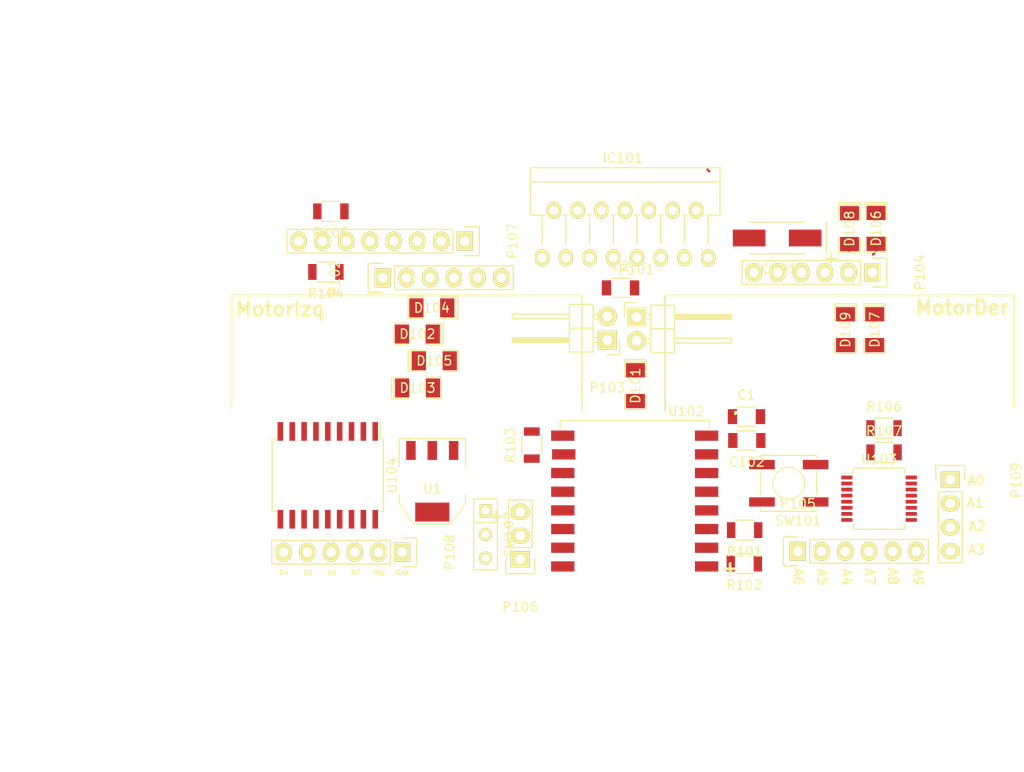
<source format=kicad_pcb>
(kicad_pcb (version 4) (host pcbnew 4.0.2-stable)

  (general
    (links 108)
    (no_connects 108)
    (area 65.150569 46.000111 178.4305 130.269312)
    (thickness 1.6)
    (drawings 33)
    (tracks 3)
    (zones 0)
    (modules 36)
    (nets 44)
  )

  (page A4)
  (layers
    (0 F.Cu signal)
    (31 B.Cu signal)
    (32 B.Adhes user)
    (33 F.Adhes user)
    (34 B.Paste user)
    (35 F.Paste user)
    (36 B.SilkS user)
    (37 F.SilkS user)
    (38 B.Mask user)
    (39 F.Mask user)
    (40 Dwgs.User user)
    (41 Cmts.User user)
    (42 Eco1.User user)
    (43 Eco2.User user)
    (44 Edge.Cuts user)
    (45 Margin user)
    (46 B.CrtYd user)
    (47 F.CrtYd user)
    (48 B.Fab user)
    (49 F.Fab user)
  )

  (setup
    (last_trace_width 0.25)
    (trace_clearance 0.25)
    (zone_clearance 0.508)
    (zone_45_only no)
    (trace_min 0.25)
    (segment_width 0.2)
    (edge_width 0.15)
    (via_size 0.6)
    (via_drill 0.4)
    (via_min_size 0.3)
    (via_min_drill 0.3)
    (uvia_size 0.3)
    (uvia_drill 0.1)
    (uvias_allowed yes)
    (uvia_min_size 0.2)
    (uvia_min_drill 0.1)
    (pcb_text_width 0.3)
    (pcb_text_size 1.5 1.5)
    (mod_edge_width 0.15)
    (mod_text_size 1 1)
    (mod_text_width 0.15)
    (pad_size 1.524 1.524)
    (pad_drill 0.762)
    (pad_to_mask_clearance 0.2)
    (aux_axis_origin 0 0)
    (visible_elements FFFFFF7F)
    (pcbplotparams
      (layerselection 0x00030_80000001)
      (usegerberextensions false)
      (excludeedgelayer true)
      (linewidth 0.100000)
      (plotframeref false)
      (viasonmask false)
      (mode 1)
      (useauxorigin false)
      (hpglpennumber 1)
      (hpglpenspeed 20)
      (hpglpendiameter 15)
      (hpglpenoverlay 2)
      (psnegative false)
      (psa4output false)
      (plotreference true)
      (plotvalue true)
      (plotinvisibletext false)
      (padsonsilk false)
      (subtractmaskfromsilk false)
      (outputformat 1)
      (mirror false)
      (drillshape 1)
      (scaleselection 1)
      (outputdirectory ""))
  )

  (net 0 "")
  (net 1 VDD)
  (net 2 GND)
  (net 3 VCC)
  (net 4 M1+)
  (net 5 M1-)
  (net 6 ENC1_A)
  (net 7 ENC1_B)
  (net 8 M2+)
  (net 9 M2-)
  (net 10 ENC2_A)
  (net 11 ENC2_B)
  (net 12 "Net-(P105-Pad1)")
  (net 13 "Net-(P105-Pad2)")
  (net 14 "Net-(P105-Pad3)")
  (net 15 "Net-(P105-Pad4)")
  (net 16 "Net-(P105-Pad5)")
  (net 17 "Net-(P105-Pad6)")
  (net 18 TX)
  (net 19 RX)
  (net 20 SDA)
  (net 21 SCL)
  (net 22 "Net-(R101-Pad2)")
  (net 23 "Net-(R102-Pad2)")
  (net 24 M1_A)
  (net 25 M1_B)
  (net 26 M2_B)
  (net 27 M2_A)
  (net 28 EN1)
  (net 29 EN2)
  (net 30 "Net-(P108-Pad3)")
  (net 31 "Net-(P108-Pad4)")
  (net 32 "Net-(P108-Pad5)")
  (net 33 "Net-(P108-Pad6)")
  (net 34 "Net-(R103-Pad1)")
  (net 35 "Net-(P103-Pad1)")
  (net 36 "Net-(D101-Pad2)")
  (net 37 "Net-(D101-Pad1)")
  (net 38 CURRENT1)
  (net 39 CURRENT2)
  (net 40 "Net-(P109-Pad1)")
  (net 41 "Net-(P109-Pad2)")
  (net 42 "Net-(P109-Pad3)")
  (net 43 "Net-(P109-Pad4)")

  (net_class Default "Esta es la clase de red por defecto."
    (clearance 0.25)
    (trace_width 0.25)
    (via_dia 0.6)
    (via_drill 0.4)
    (uvia_dia 0.3)
    (uvia_drill 0.1)
    (add_net CURRENT1)
    (add_net CURRENT2)
    (add_net EN1)
    (add_net EN2)
    (add_net ENC1_A)
    (add_net ENC1_B)
    (add_net ENC2_A)
    (add_net ENC2_B)
    (add_net M1+)
    (add_net M1-)
    (add_net M1_A)
    (add_net M1_B)
    (add_net M2+)
    (add_net M2-)
    (add_net M2_A)
    (add_net M2_B)
    (add_net "Net-(D101-Pad1)")
    (add_net "Net-(D101-Pad2)")
    (add_net "Net-(P103-Pad1)")
    (add_net "Net-(P105-Pad1)")
    (add_net "Net-(P105-Pad2)")
    (add_net "Net-(P105-Pad3)")
    (add_net "Net-(P105-Pad4)")
    (add_net "Net-(P105-Pad5)")
    (add_net "Net-(P105-Pad6)")
    (add_net "Net-(P108-Pad3)")
    (add_net "Net-(P108-Pad4)")
    (add_net "Net-(P108-Pad5)")
    (add_net "Net-(P108-Pad6)")
    (add_net "Net-(P109-Pad1)")
    (add_net "Net-(P109-Pad2)")
    (add_net "Net-(P109-Pad3)")
    (add_net "Net-(P109-Pad4)")
    (add_net "Net-(R101-Pad2)")
    (add_net "Net-(R102-Pad2)")
    (add_net "Net-(R103-Pad1)")
    (add_net RX)
    (add_net SCL)
    (add_net SDA)
    (add_net TX)
  )

  (net_class power ""
    (clearance 0.3)
    (trace_width 0.25)
    (via_dia 0.8)
    (via_drill 0.4)
    (uvia_dia 0.3)
    (uvia_drill 0.1)
    (add_net GND)
    (add_net VCC)
    (add_net VDD)
  )

  (module Pin_Headers:Pin_Header_Angled_1x02 (layer F.Cu) (tedit 0) (tstamp 57140865)
    (at 136.7028 79.5909)
    (descr "Through hole pin header")
    (tags "pin header")
    (path /57125BEC)
    (fp_text reference P101 (at 0 -5.1) (layer F.SilkS)
      (effects (font (size 1 1) (thickness 0.15)))
    )
    (fp_text value CONN_01X02 (at 0 -3.1) (layer F.Fab)
      (effects (font (size 1 1) (thickness 0.15)))
    )
    (fp_line (start -1.5 -1.75) (end -1.5 4.3) (layer F.CrtYd) (width 0.05))
    (fp_line (start 10.65 -1.75) (end 10.65 4.3) (layer F.CrtYd) (width 0.05))
    (fp_line (start -1.5 -1.75) (end 10.65 -1.75) (layer F.CrtYd) (width 0.05))
    (fp_line (start -1.5 4.3) (end 10.65 4.3) (layer F.CrtYd) (width 0.05))
    (fp_line (start -1.3 -1.55) (end -1.3 0) (layer F.SilkS) (width 0.15))
    (fp_line (start 0 -1.55) (end -1.3 -1.55) (layer F.SilkS) (width 0.15))
    (fp_line (start 4.191 -0.127) (end 10.033 -0.127) (layer F.SilkS) (width 0.15))
    (fp_line (start 10.033 -0.127) (end 10.033 0.127) (layer F.SilkS) (width 0.15))
    (fp_line (start 10.033 0.127) (end 4.191 0.127) (layer F.SilkS) (width 0.15))
    (fp_line (start 4.191 0.127) (end 4.191 0) (layer F.SilkS) (width 0.15))
    (fp_line (start 4.191 0) (end 10.033 0) (layer F.SilkS) (width 0.15))
    (fp_line (start 1.524 -0.254) (end 1.143 -0.254) (layer F.SilkS) (width 0.15))
    (fp_line (start 1.524 0.254) (end 1.143 0.254) (layer F.SilkS) (width 0.15))
    (fp_line (start 1.524 2.286) (end 1.143 2.286) (layer F.SilkS) (width 0.15))
    (fp_line (start 1.524 2.794) (end 1.143 2.794) (layer F.SilkS) (width 0.15))
    (fp_line (start 1.524 -1.27) (end 4.064 -1.27) (layer F.SilkS) (width 0.15))
    (fp_line (start 1.524 1.27) (end 4.064 1.27) (layer F.SilkS) (width 0.15))
    (fp_line (start 1.524 1.27) (end 1.524 3.81) (layer F.SilkS) (width 0.15))
    (fp_line (start 1.524 3.81) (end 4.064 3.81) (layer F.SilkS) (width 0.15))
    (fp_line (start 4.064 2.286) (end 10.16 2.286) (layer F.SilkS) (width 0.15))
    (fp_line (start 10.16 2.286) (end 10.16 2.794) (layer F.SilkS) (width 0.15))
    (fp_line (start 10.16 2.794) (end 4.064 2.794) (layer F.SilkS) (width 0.15))
    (fp_line (start 4.064 3.81) (end 4.064 1.27) (layer F.SilkS) (width 0.15))
    (fp_line (start 4.064 1.27) (end 4.064 -1.27) (layer F.SilkS) (width 0.15))
    (fp_line (start 10.16 0.254) (end 4.064 0.254) (layer F.SilkS) (width 0.15))
    (fp_line (start 10.16 -0.254) (end 10.16 0.254) (layer F.SilkS) (width 0.15))
    (fp_line (start 4.064 -0.254) (end 10.16 -0.254) (layer F.SilkS) (width 0.15))
    (fp_line (start 1.524 1.27) (end 4.064 1.27) (layer F.SilkS) (width 0.15))
    (fp_line (start 1.524 -1.27) (end 1.524 1.27) (layer F.SilkS) (width 0.15))
    (pad 1 thru_hole rect (at 0 0) (size 2.032 2.032) (drill 1.016) (layers *.Cu *.Mask F.SilkS)
      (net 2 GND))
    (pad 2 thru_hole oval (at 0 2.54) (size 2.032 2.032) (drill 1.016) (layers *.Cu *.Mask F.SilkS)
      (net 37 "Net-(D101-Pad1)"))
    (model Pin_Headers.3dshapes/Pin_Header_Angled_1x02.wrl
      (at (xyz 0 -0.05 0))
      (scale (xyz 1 1 1))
      (rotate (xyz 0 0 90))
    )
  )

  (module Pin_Headers:Pin_Header_Straight_1x06 (layer F.Cu) (tedit 0) (tstamp 5714087A)
    (at 109.5248 75.3872 90)
    (descr "Through hole pin header")
    (tags "pin header")
    (path /57125BDE)
    (fp_text reference P102 (at 0 -5.1 90) (layer F.SilkS)
      (effects (font (size 1 1) (thickness 0.15)))
    )
    (fp_text value CONN_01X06 (at 0 -3.1 90) (layer F.Fab)
      (effects (font (size 1 1) (thickness 0.15)))
    )
    (fp_line (start -1.75 -1.75) (end -1.75 14.45) (layer F.CrtYd) (width 0.05))
    (fp_line (start 1.75 -1.75) (end 1.75 14.45) (layer F.CrtYd) (width 0.05))
    (fp_line (start -1.75 -1.75) (end 1.75 -1.75) (layer F.CrtYd) (width 0.05))
    (fp_line (start -1.75 14.45) (end 1.75 14.45) (layer F.CrtYd) (width 0.05))
    (fp_line (start 1.27 1.27) (end 1.27 13.97) (layer F.SilkS) (width 0.15))
    (fp_line (start 1.27 13.97) (end -1.27 13.97) (layer F.SilkS) (width 0.15))
    (fp_line (start -1.27 13.97) (end -1.27 1.27) (layer F.SilkS) (width 0.15))
    (fp_line (start 1.55 -1.55) (end 1.55 0) (layer F.SilkS) (width 0.15))
    (fp_line (start 1.27 1.27) (end -1.27 1.27) (layer F.SilkS) (width 0.15))
    (fp_line (start -1.55 0) (end -1.55 -1.55) (layer F.SilkS) (width 0.15))
    (fp_line (start -1.55 -1.55) (end 1.55 -1.55) (layer F.SilkS) (width 0.15))
    (pad 1 thru_hole rect (at 0 0 90) (size 2.032 1.7272) (drill 1.016) (layers *.Cu *.Mask F.SilkS)
      (net 4 M1+))
    (pad 2 thru_hole oval (at 0 2.54 90) (size 2.032 1.7272) (drill 1.016) (layers *.Cu *.Mask F.SilkS)
      (net 5 M1-))
    (pad 3 thru_hole oval (at 0 5.08 90) (size 2.032 1.7272) (drill 1.016) (layers *.Cu *.Mask F.SilkS)
      (net 6 ENC1_A))
    (pad 4 thru_hole oval (at 0 7.62 90) (size 2.032 1.7272) (drill 1.016) (layers *.Cu *.Mask F.SilkS)
      (net 7 ENC1_B))
    (pad 5 thru_hole oval (at 0 10.16 90) (size 2.032 1.7272) (drill 1.016) (layers *.Cu *.Mask F.SilkS)
      (net 1 VDD))
    (pad 6 thru_hole oval (at 0 12.7 90) (size 2.032 1.7272) (drill 1.016) (layers *.Cu *.Mask F.SilkS)
      (net 2 GND))
    (model Pin_Headers.3dshapes/Pin_Header_Straight_1x06.wrl
      (at (xyz 0 -0.25 0))
      (scale (xyz 1 1 1))
      (rotate (xyz 0 0 90))
    )
  )

  (module Pin_Headers:Pin_Header_Angled_1x02 (layer F.Cu) (tedit 0) (tstamp 5714089D)
    (at 133.5786 82.0674 180)
    (descr "Through hole pin header")
    (tags "pin header")
    (path /57125BEB)
    (fp_text reference P103 (at 0 -5.1 180) (layer F.SilkS)
      (effects (font (size 1 1) (thickness 0.15)))
    )
    (fp_text value CONN_01X02 (at 0 -3.1 180) (layer F.Fab)
      (effects (font (size 1 1) (thickness 0.15)))
    )
    (fp_line (start -1.5 -1.75) (end -1.5 4.3) (layer F.CrtYd) (width 0.05))
    (fp_line (start 10.65 -1.75) (end 10.65 4.3) (layer F.CrtYd) (width 0.05))
    (fp_line (start -1.5 -1.75) (end 10.65 -1.75) (layer F.CrtYd) (width 0.05))
    (fp_line (start -1.5 4.3) (end 10.65 4.3) (layer F.CrtYd) (width 0.05))
    (fp_line (start -1.3 -1.55) (end -1.3 0) (layer F.SilkS) (width 0.15))
    (fp_line (start 0 -1.55) (end -1.3 -1.55) (layer F.SilkS) (width 0.15))
    (fp_line (start 4.191 -0.127) (end 10.033 -0.127) (layer F.SilkS) (width 0.15))
    (fp_line (start 10.033 -0.127) (end 10.033 0.127) (layer F.SilkS) (width 0.15))
    (fp_line (start 10.033 0.127) (end 4.191 0.127) (layer F.SilkS) (width 0.15))
    (fp_line (start 4.191 0.127) (end 4.191 0) (layer F.SilkS) (width 0.15))
    (fp_line (start 4.191 0) (end 10.033 0) (layer F.SilkS) (width 0.15))
    (fp_line (start 1.524 -0.254) (end 1.143 -0.254) (layer F.SilkS) (width 0.15))
    (fp_line (start 1.524 0.254) (end 1.143 0.254) (layer F.SilkS) (width 0.15))
    (fp_line (start 1.524 2.286) (end 1.143 2.286) (layer F.SilkS) (width 0.15))
    (fp_line (start 1.524 2.794) (end 1.143 2.794) (layer F.SilkS) (width 0.15))
    (fp_line (start 1.524 -1.27) (end 4.064 -1.27) (layer F.SilkS) (width 0.15))
    (fp_line (start 1.524 1.27) (end 4.064 1.27) (layer F.SilkS) (width 0.15))
    (fp_line (start 1.524 1.27) (end 1.524 3.81) (layer F.SilkS) (width 0.15))
    (fp_line (start 1.524 3.81) (end 4.064 3.81) (layer F.SilkS) (width 0.15))
    (fp_line (start 4.064 2.286) (end 10.16 2.286) (layer F.SilkS) (width 0.15))
    (fp_line (start 10.16 2.286) (end 10.16 2.794) (layer F.SilkS) (width 0.15))
    (fp_line (start 10.16 2.794) (end 4.064 2.794) (layer F.SilkS) (width 0.15))
    (fp_line (start 4.064 3.81) (end 4.064 1.27) (layer F.SilkS) (width 0.15))
    (fp_line (start 4.064 1.27) (end 4.064 -1.27) (layer F.SilkS) (width 0.15))
    (fp_line (start 10.16 0.254) (end 4.064 0.254) (layer F.SilkS) (width 0.15))
    (fp_line (start 10.16 -0.254) (end 10.16 0.254) (layer F.SilkS) (width 0.15))
    (fp_line (start 4.064 -0.254) (end 10.16 -0.254) (layer F.SilkS) (width 0.15))
    (fp_line (start 1.524 1.27) (end 4.064 1.27) (layer F.SilkS) (width 0.15))
    (fp_line (start 1.524 -1.27) (end 1.524 1.27) (layer F.SilkS) (width 0.15))
    (pad 1 thru_hole rect (at 0 0 180) (size 2.032 2.032) (drill 1.016) (layers *.Cu *.Mask F.SilkS)
      (net 35 "Net-(P103-Pad1)"))
    (pad 2 thru_hole oval (at 0 2.54 180) (size 2.032 2.032) (drill 1.016) (layers *.Cu *.Mask F.SilkS)
      (net 3 VCC))
    (model Pin_Headers.3dshapes/Pin_Header_Angled_1x02.wrl
      (at (xyz 0 -0.05 0))
      (scale (xyz 1 1 1))
      (rotate (xyz 0 0 90))
    )
  )

  (module Pin_Headers:Pin_Header_Straight_1x06 (layer F.Cu) (tedit 0) (tstamp 571408B2)
    (at 161.9631 74.8284 270)
    (descr "Through hole pin header")
    (tags "pin header")
    (path /57125BDD)
    (fp_text reference P104 (at 0 -5.1 270) (layer F.SilkS)
      (effects (font (size 1 1) (thickness 0.15)))
    )
    (fp_text value CONN_01X06 (at 0 -3.1 270) (layer F.Fab)
      (effects (font (size 1 1) (thickness 0.15)))
    )
    (fp_line (start -1.75 -1.75) (end -1.75 14.45) (layer F.CrtYd) (width 0.05))
    (fp_line (start 1.75 -1.75) (end 1.75 14.45) (layer F.CrtYd) (width 0.05))
    (fp_line (start -1.75 -1.75) (end 1.75 -1.75) (layer F.CrtYd) (width 0.05))
    (fp_line (start -1.75 14.45) (end 1.75 14.45) (layer F.CrtYd) (width 0.05))
    (fp_line (start 1.27 1.27) (end 1.27 13.97) (layer F.SilkS) (width 0.15))
    (fp_line (start 1.27 13.97) (end -1.27 13.97) (layer F.SilkS) (width 0.15))
    (fp_line (start -1.27 13.97) (end -1.27 1.27) (layer F.SilkS) (width 0.15))
    (fp_line (start 1.55 -1.55) (end 1.55 0) (layer F.SilkS) (width 0.15))
    (fp_line (start 1.27 1.27) (end -1.27 1.27) (layer F.SilkS) (width 0.15))
    (fp_line (start -1.55 0) (end -1.55 -1.55) (layer F.SilkS) (width 0.15))
    (fp_line (start -1.55 -1.55) (end 1.55 -1.55) (layer F.SilkS) (width 0.15))
    (pad 1 thru_hole rect (at 0 0 270) (size 2.032 1.7272) (drill 1.016) (layers *.Cu *.Mask F.SilkS)
      (net 8 M2+))
    (pad 2 thru_hole oval (at 0 2.54 270) (size 2.032 1.7272) (drill 1.016) (layers *.Cu *.Mask F.SilkS)
      (net 9 M2-))
    (pad 3 thru_hole oval (at 0 5.08 270) (size 2.032 1.7272) (drill 1.016) (layers *.Cu *.Mask F.SilkS)
      (net 10 ENC2_A))
    (pad 4 thru_hole oval (at 0 7.62 270) (size 2.032 1.7272) (drill 1.016) (layers *.Cu *.Mask F.SilkS)
      (net 11 ENC2_B))
    (pad 5 thru_hole oval (at 0 10.16 270) (size 2.032 1.7272) (drill 1.016) (layers *.Cu *.Mask F.SilkS)
      (net 1 VDD))
    (pad 6 thru_hole oval (at 0 12.7 270) (size 2.032 1.7272) (drill 1.016) (layers *.Cu *.Mask F.SilkS)
      (net 2 GND))
    (model Pin_Headers.3dshapes/Pin_Header_Straight_1x06.wrl
      (at (xyz 0 -0.25 0))
      (scale (xyz 1 1 1))
      (rotate (xyz 0 0 90))
    )
  )

  (module Pin_Headers:Pin_Header_Straight_1x03 (layer F.Cu) (tedit 0) (tstamp 571408DF)
    (at 124.2568 105.537 180)
    (descr "Through hole pin header")
    (tags "pin header")
    (path /571460B6)
    (fp_text reference P106 (at 0 -5.1 180) (layer F.SilkS)
      (effects (font (size 1 1) (thickness 0.15)))
    )
    (fp_text value CONN_01X03 (at 0 -3.1 180) (layer F.Fab)
      (effects (font (size 1 1) (thickness 0.15)))
    )
    (fp_line (start -1.75 -1.75) (end -1.75 6.85) (layer F.CrtYd) (width 0.05))
    (fp_line (start 1.75 -1.75) (end 1.75 6.85) (layer F.CrtYd) (width 0.05))
    (fp_line (start -1.75 -1.75) (end 1.75 -1.75) (layer F.CrtYd) (width 0.05))
    (fp_line (start -1.75 6.85) (end 1.75 6.85) (layer F.CrtYd) (width 0.05))
    (fp_line (start -1.27 1.27) (end -1.27 6.35) (layer F.SilkS) (width 0.15))
    (fp_line (start -1.27 6.35) (end 1.27 6.35) (layer F.SilkS) (width 0.15))
    (fp_line (start 1.27 6.35) (end 1.27 1.27) (layer F.SilkS) (width 0.15))
    (fp_line (start 1.55 -1.55) (end 1.55 0) (layer F.SilkS) (width 0.15))
    (fp_line (start 1.27 1.27) (end -1.27 1.27) (layer F.SilkS) (width 0.15))
    (fp_line (start -1.55 0) (end -1.55 -1.55) (layer F.SilkS) (width 0.15))
    (fp_line (start -1.55 -1.55) (end 1.55 -1.55) (layer F.SilkS) (width 0.15))
    (pad 1 thru_hole rect (at 0 0 180) (size 2.032 1.7272) (drill 1.016) (layers *.Cu *.Mask F.SilkS)
      (net 18 TX))
    (pad 2 thru_hole oval (at 0 2.54 180) (size 2.032 1.7272) (drill 1.016) (layers *.Cu *.Mask F.SilkS)
      (net 2 GND))
    (pad 3 thru_hole oval (at 0 5.08 180) (size 2.032 1.7272) (drill 1.016) (layers *.Cu *.Mask F.SilkS)
      (net 19 RX))
    (model Pin_Headers.3dshapes/Pin_Header_Straight_1x03.wrl
      (at (xyz 0 -0.1 0))
      (scale (xyz 1 1 1))
      (rotate (xyz 0 0 90))
    )
  )

  (module Pin_Headers:Pin_Header_Straight_1x08 (layer F.Cu) (tedit 0) (tstamp 57140908)
    (at 118.3132 71.4756 270)
    (descr "Through hole pin header")
    (tags "pin header")
    (path /5713D03F)
    (fp_text reference P107 (at 0 -5.1 270) (layer F.SilkS)
      (effects (font (size 1 1) (thickness 0.15)))
    )
    (fp_text value CONN_I2C_MPU6050 (at 0 -3.1 270) (layer F.Fab)
      (effects (font (size 1 1) (thickness 0.15)))
    )
    (fp_line (start -1.75 -1.75) (end -1.75 19.55) (layer F.CrtYd) (width 0.05))
    (fp_line (start 1.75 -1.75) (end 1.75 19.55) (layer F.CrtYd) (width 0.05))
    (fp_line (start -1.75 -1.75) (end 1.75 -1.75) (layer F.CrtYd) (width 0.05))
    (fp_line (start -1.75 19.55) (end 1.75 19.55) (layer F.CrtYd) (width 0.05))
    (fp_line (start 1.27 1.27) (end 1.27 19.05) (layer F.SilkS) (width 0.15))
    (fp_line (start 1.27 19.05) (end -1.27 19.05) (layer F.SilkS) (width 0.15))
    (fp_line (start -1.27 19.05) (end -1.27 1.27) (layer F.SilkS) (width 0.15))
    (fp_line (start 1.55 -1.55) (end 1.55 0) (layer F.SilkS) (width 0.15))
    (fp_line (start 1.27 1.27) (end -1.27 1.27) (layer F.SilkS) (width 0.15))
    (fp_line (start -1.55 0) (end -1.55 -1.55) (layer F.SilkS) (width 0.15))
    (fp_line (start -1.55 -1.55) (end 1.55 -1.55) (layer F.SilkS) (width 0.15))
    (pad 1 thru_hole rect (at 0 0 270) (size 2.032 1.7272) (drill 1.016) (layers *.Cu *.Mask F.SilkS))
    (pad 2 thru_hole oval (at 0 2.54 270) (size 2.032 1.7272) (drill 1.016) (layers *.Cu *.Mask F.SilkS)
      (net 2 GND))
    (pad 3 thru_hole oval (at 0 5.08 270) (size 2.032 1.7272) (drill 1.016) (layers *.Cu *.Mask F.SilkS))
    (pad 4 thru_hole oval (at 0 7.62 270) (size 2.032 1.7272) (drill 1.016) (layers *.Cu *.Mask F.SilkS))
    (pad 5 thru_hole oval (at 0 10.16 270) (size 2.032 1.7272) (drill 1.016) (layers *.Cu *.Mask F.SilkS)
      (net 20 SDA))
    (pad 6 thru_hole oval (at 0 12.7 270) (size 2.032 1.7272) (drill 1.016) (layers *.Cu *.Mask F.SilkS)
      (net 21 SCL))
    (pad 7 thru_hole oval (at 0 15.24 270) (size 2.032 1.7272) (drill 1.016) (layers *.Cu *.Mask F.SilkS)
      (net 2 GND))
    (pad 8 thru_hole oval (at 0 17.78 270) (size 2.032 1.7272) (drill 1.016) (layers *.Cu *.Mask F.SilkS)
      (net 1 VDD))
    (model Pin_Headers.3dshapes/Pin_Header_Straight_1x08.wrl
      (at (xyz 0 -0.35 0))
      (scale (xyz 1 1 1))
      (rotate (xyz 0 0 90))
    )
  )

  (module TO_SOT_Packages_SMD:SOT-223 (layer F.Cu) (tedit 0) (tstamp 57140998)
    (at 114.8334 97.1804 180)
    (descr "module CMS SOT223 4 pins")
    (tags "CMS SOT")
    (path /57126BEE/57126C2F)
    (attr smd)
    (fp_text reference U1 (at 0 -0.762 180) (layer F.SilkS)
      (effects (font (size 1 1) (thickness 0.15)))
    )
    (fp_text value LD1117S33TR (at 0 0.762 180) (layer F.Fab)
      (effects (font (size 1 1) (thickness 0.15)))
    )
    (fp_line (start -3.556 1.524) (end -3.556 4.572) (layer F.SilkS) (width 0.15))
    (fp_line (start -3.556 4.572) (end 3.556 4.572) (layer F.SilkS) (width 0.15))
    (fp_line (start 3.556 4.572) (end 3.556 1.524) (layer F.SilkS) (width 0.15))
    (fp_line (start -3.556 -1.524) (end -3.556 -2.286) (layer F.SilkS) (width 0.15))
    (fp_line (start -3.556 -2.286) (end -2.032 -4.572) (layer F.SilkS) (width 0.15))
    (fp_line (start -2.032 -4.572) (end 2.032 -4.572) (layer F.SilkS) (width 0.15))
    (fp_line (start 2.032 -4.572) (end 3.556 -2.286) (layer F.SilkS) (width 0.15))
    (fp_line (start 3.556 -2.286) (end 3.556 -1.524) (layer F.SilkS) (width 0.15))
    (pad 4 smd rect (at 0 -3.302 180) (size 3.6576 2.032) (layers F.Cu F.Paste F.Mask))
    (pad 2 smd rect (at 0 3.302 180) (size 1.016 2.032) (layers F.Cu F.Paste F.Mask)
      (net 1 VDD))
    (pad 3 smd rect (at 2.286 3.302 180) (size 1.016 2.032) (layers F.Cu F.Paste F.Mask)
      (net 3 VCC))
    (pad 1 smd rect (at -2.286 3.302 180) (size 1.016 2.032) (layers F.Cu F.Paste F.Mask)
      (net 2 GND))
    (model TO_SOT_Packages_SMD.3dshapes/SOT-223.wrl
      (at (xyz 0 0 0))
      (scale (xyz 0.4 0.4 0.4))
      (rotate (xyz 0 0 0))
    )
  )

  (module ESP8266:ESP-12 (layer F.Cu) (tedit 56DFFEA3) (tstamp 571409E3)
    (at 143.51 106.299 180)
    (descr "Module, ESP-8266, ESP-12, 16 pad, SMD")
    (tags "Module ESP-8266 ESP8266")
    (path /57125BD1)
    (fp_text reference U102 (at 1.5 16.6 180) (layer F.SilkS)
      (effects (font (size 1 1) (thickness 0.15)))
    )
    (fp_text value ESP-12 (at 6.992 1 180) (layer F.Fab)
      (effects (font (size 1 1) (thickness 0.15)))
    )
    (fp_line (start -2.25 -0.5) (end -2.25 -8.75) (layer F.CrtYd) (width 0.05))
    (fp_line (start -2.25 -8.75) (end 15.25 -8.75) (layer F.CrtYd) (width 0.05))
    (fp_line (start 15.25 -8.75) (end 16.25 -8.75) (layer F.CrtYd) (width 0.05))
    (fp_line (start 16.25 -8.75) (end 16.25 16) (layer F.CrtYd) (width 0.05))
    (fp_line (start 16.25 16) (end -2.25 16) (layer F.CrtYd) (width 0.05))
    (fp_line (start -2.25 16) (end -2.25 -0.5) (layer F.CrtYd) (width 0.05))
    (fp_line (start -1.016 -8.382) (end 14.986 -8.382) (layer F.CrtYd) (width 0.1524))
    (fp_line (start 14.986 -8.382) (end 14.986 -0.889) (layer F.CrtYd) (width 0.1524))
    (fp_line (start -1.016 -8.382) (end -1.016 -1.016) (layer F.CrtYd) (width 0.1524))
    (fp_line (start -1.016 14.859) (end -1.016 15.621) (layer F.SilkS) (width 0.1524))
    (fp_line (start -1.016 15.621) (end 14.986 15.621) (layer F.SilkS) (width 0.1524))
    (fp_line (start 14.986 15.621) (end 14.986 14.859) (layer F.SilkS) (width 0.1524))
    (fp_line (start 14.992 -8.4) (end -1.008 -2.6) (layer F.CrtYd) (width 0.1524))
    (fp_line (start -1.008 -8.4) (end 14.992 -2.6) (layer F.CrtYd) (width 0.1524))
    (fp_text user "No Copper" (at 6.892 -5.4 180) (layer F.CrtYd)
      (effects (font (size 1 1) (thickness 0.15)))
    )
    (fp_line (start -1.008 -2.6) (end 14.992 -2.6) (layer F.CrtYd) (width 0.1524))
    (fp_line (start 15 -8.4) (end 15 15.6) (layer F.Fab) (width 0.05))
    (fp_line (start 14.992 15.6) (end -1.008 15.6) (layer F.Fab) (width 0.05))
    (fp_line (start -1.008 15.6) (end -1.008 -8.4) (layer F.Fab) (width 0.05))
    (fp_line (start -1.008 -8.4) (end 14.992 -8.4) (layer F.Fab) (width 0.05))
    (pad 1 smd rect (at 0 0 180) (size 2.5 1.1) (drill (offset -0.7 0)) (layers F.Cu F.Paste F.Mask)
      (net 23 "Net-(R102-Pad2)"))
    (pad 2 smd rect (at 0 2 180) (size 2.5 1.1) (drill (offset -0.7 0)) (layers F.Cu F.Paste F.Mask))
    (pad 3 smd rect (at 0 4 180) (size 2.5 1.1) (drill (offset -0.7 0)) (layers F.Cu F.Paste F.Mask)
      (net 22 "Net-(R101-Pad2)"))
    (pad 4 smd rect (at 0 6 180) (size 2.5 1.1) (drill (offset -0.7 0)) (layers F.Cu F.Paste F.Mask)
      (net 6 ENC1_A))
    (pad 5 smd rect (at 0 8 180) (size 2.5 1.1) (drill (offset -0.7 0)) (layers F.Cu F.Paste F.Mask)
      (net 10 ENC2_A))
    (pad 6 smd rect (at 0 10 180) (size 2.5 1.1) (drill (offset -0.7 0)) (layers F.Cu F.Paste F.Mask)
      (net 7 ENC1_B))
    (pad 7 smd rect (at 0 12 180) (size 2.5 1.1) (drill (offset -0.7 0)) (layers F.Cu F.Paste F.Mask)
      (net 11 ENC2_B))
    (pad 8 smd rect (at 0 14 180) (size 2.5 1.1) (drill (offset -0.7 0)) (layers F.Cu F.Paste F.Mask)
      (net 1 VDD))
    (pad 9 smd rect (at 14 14 180) (size 2.5 1.1) (drill (offset 0.7 0)) (layers F.Cu F.Paste F.Mask)
      (net 2 GND))
    (pad 10 smd rect (at 14 12 180) (size 2.5 1.1) (drill (offset 0.6 0)) (layers F.Cu F.Paste F.Mask)
      (net 34 "Net-(R103-Pad1)"))
    (pad 11 smd rect (at 14 10 180) (size 2.5 1.1) (drill (offset 0.7 0)) (layers F.Cu F.Paste F.Mask)
      (net 28 EN1))
    (pad 12 smd rect (at 14 8 180) (size 2.5 1.1) (drill (offset 0.7 0)) (layers F.Cu F.Paste F.Mask)
      (net 21 SCL))
    (pad 13 smd rect (at 14 6 180) (size 2.5 1.1) (drill (offset 0.7 0)) (layers F.Cu F.Paste F.Mask)
      (net 20 SDA))
    (pad 14 smd rect (at 14 4 180) (size 2.5 1.1) (drill (offset 0.7 0)) (layers F.Cu F.Paste F.Mask)
      (net 29 EN2))
    (pad 15 smd rect (at 14 2 180) (size 2.5 1.1) (drill (offset 0.7 0)) (layers F.Cu F.Paste F.Mask)
      (net 19 RX))
    (pad 16 smd rect (at 14 0 180) (size 2.5 1.1) (drill (offset 0.7 0)) (layers F.Cu F.Paste F.Mask)
      (net 18 TX))
    (model ${ESPLIB}/ESP8266.3dshapes/ESP-12.wrl
      (at (xyz 0 0 0))
      (scale (xyz 0.3937 0.3937 0.3937))
      (rotate (xyz 0 0 0))
    )
  )

  (module Housings_SOIC:SOIC-18_7.5x11.6mm_Pitch1.27mm (layer F.Cu) (tedit 54130A77) (tstamp 57140A1E)
    (at 103.6447 96.5454 270)
    (descr "18-Lead Plastic Small Outline (SO) - Wide, 7.50 mm Body [SOIC] (see Microchip Packaging Specification 00000049BS.pdf)")
    (tags "SOIC 1.27")
    (path /57125BD4)
    (attr smd)
    (fp_text reference U104 (at 0 -6.875 270) (layer F.SilkS)
      (effects (font (size 1 1) (thickness 0.15)))
    )
    (fp_text value MCP23008 (at 0 6.875 270) (layer F.Fab)
      (effects (font (size 1 1) (thickness 0.15)))
    )
    (fp_line (start -5.95 -6.15) (end -5.95 6.15) (layer F.CrtYd) (width 0.05))
    (fp_line (start 5.95 -6.15) (end 5.95 6.15) (layer F.CrtYd) (width 0.05))
    (fp_line (start -5.95 -6.15) (end 5.95 -6.15) (layer F.CrtYd) (width 0.05))
    (fp_line (start -5.95 6.15) (end 5.95 6.15) (layer F.CrtYd) (width 0.05))
    (fp_line (start -3.875 -5.95) (end -3.875 -5.605) (layer F.SilkS) (width 0.15))
    (fp_line (start 3.875 -5.95) (end 3.875 -5.605) (layer F.SilkS) (width 0.15))
    (fp_line (start 3.875 5.95) (end 3.875 5.605) (layer F.SilkS) (width 0.15))
    (fp_line (start -3.875 5.95) (end -3.875 5.605) (layer F.SilkS) (width 0.15))
    (fp_line (start -3.875 -5.95) (end 3.875 -5.95) (layer F.SilkS) (width 0.15))
    (fp_line (start -3.875 5.95) (end 3.875 5.95) (layer F.SilkS) (width 0.15))
    (fp_line (start -3.875 -5.605) (end -5.7 -5.605) (layer F.SilkS) (width 0.15))
    (pad 1 smd rect (at -4.7 -5.08 270) (size 2 0.6) (layers F.Cu F.Paste F.Mask)
      (net 21 SCL))
    (pad 2 smd rect (at -4.7 -3.81 270) (size 2 0.6) (layers F.Cu F.Paste F.Mask)
      (net 20 SDA))
    (pad 3 smd rect (at -4.7 -2.54 270) (size 2 0.6) (layers F.Cu F.Paste F.Mask)
      (net 1 VDD))
    (pad 4 smd rect (at -4.7 -1.27 270) (size 2 0.6) (layers F.Cu F.Paste F.Mask)
      (net 2 GND))
    (pad 5 smd rect (at -4.7 0 270) (size 2 0.6) (layers F.Cu F.Paste F.Mask)
      (net 2 GND))
    (pad 6 smd rect (at -4.7 1.27 270) (size 2 0.6) (layers F.Cu F.Paste F.Mask)
      (net 1 VDD))
    (pad 7 smd rect (at -4.7 2.54 270) (size 2 0.6) (layers F.Cu F.Paste F.Mask))
    (pad 8 smd rect (at -4.7 3.81 270) (size 2 0.6) (layers F.Cu F.Paste F.Mask))
    (pad 9 smd rect (at -4.7 5.08 270) (size 2 0.6) (layers F.Cu F.Paste F.Mask)
      (net 2 GND))
    (pad 10 smd rect (at 4.7 5.08 270) (size 2 0.6) (layers F.Cu F.Paste F.Mask)
      (net 24 M1_A))
    (pad 11 smd rect (at 4.7 3.81 270) (size 2 0.6) (layers F.Cu F.Paste F.Mask)
      (net 25 M1_B))
    (pad 12 smd rect (at 4.7 2.54 270) (size 2 0.6) (layers F.Cu F.Paste F.Mask)
      (net 27 M2_A))
    (pad 13 smd rect (at 4.7 1.27 270) (size 2 0.6) (layers F.Cu F.Paste F.Mask)
      (net 26 M2_B))
    (pad 14 smd rect (at 4.7 0 270) (size 2 0.6) (layers F.Cu F.Paste F.Mask)
      (net 33 "Net-(P108-Pad6)"))
    (pad 15 smd rect (at 4.7 -1.27 270) (size 2 0.6) (layers F.Cu F.Paste F.Mask)
      (net 32 "Net-(P108-Pad5)"))
    (pad 16 smd rect (at 4.7 -2.54 270) (size 2 0.6) (layers F.Cu F.Paste F.Mask)
      (net 31 "Net-(P108-Pad4)"))
    (pad 17 smd rect (at 4.7 -3.81 270) (size 2 0.6) (layers F.Cu F.Paste F.Mask)
      (net 30 "Net-(P108-Pad3)"))
    (pad 18 smd rect (at 4.7 -5.08 270) (size 2 0.6) (layers F.Cu F.Paste F.Mask)
      (net 1 VDD))
    (model Housings_SOIC.3dshapes/SOIC-18_7.5x11.6mm_Pitch1.27mm.wrl
      (at (xyz 0 0 0))
      (scale (xyz 1 1 1))
      (rotate (xyz 0 0 0))
    )
  )

  (module Pin_Headers:Pin_Header_Straight_1x06 (layer F.Cu) (tedit 0) (tstamp 571559D6)
    (at 111.6076 104.775 270)
    (descr "Through hole pin header")
    (tags "pin header")
    (path /571568CA)
    (fp_text reference P108 (at 0 -5.1 270) (layer F.SilkS)
      (effects (font (size 1 1) (thickness 0.15)))
    )
    (fp_text value CONN_PINES_DIG (at 0 -3.1 270) (layer F.Fab)
      (effects (font (size 1 1) (thickness 0.15)))
    )
    (fp_line (start -1.75 -1.75) (end -1.75 14.45) (layer F.CrtYd) (width 0.05))
    (fp_line (start 1.75 -1.75) (end 1.75 14.45) (layer F.CrtYd) (width 0.05))
    (fp_line (start -1.75 -1.75) (end 1.75 -1.75) (layer F.CrtYd) (width 0.05))
    (fp_line (start -1.75 14.45) (end 1.75 14.45) (layer F.CrtYd) (width 0.05))
    (fp_line (start 1.27 1.27) (end 1.27 13.97) (layer F.SilkS) (width 0.15))
    (fp_line (start 1.27 13.97) (end -1.27 13.97) (layer F.SilkS) (width 0.15))
    (fp_line (start -1.27 13.97) (end -1.27 1.27) (layer F.SilkS) (width 0.15))
    (fp_line (start 1.55 -1.55) (end 1.55 0) (layer F.SilkS) (width 0.15))
    (fp_line (start 1.27 1.27) (end -1.27 1.27) (layer F.SilkS) (width 0.15))
    (fp_line (start -1.55 0) (end -1.55 -1.55) (layer F.SilkS) (width 0.15))
    (fp_line (start -1.55 -1.55) (end 1.55 -1.55) (layer F.SilkS) (width 0.15))
    (pad 1 thru_hole rect (at 0 0 270) (size 2.032 1.7272) (drill 1.016) (layers *.Cu *.Mask F.SilkS)
      (net 2 GND))
    (pad 2 thru_hole oval (at 0 2.54 270) (size 2.032 1.7272) (drill 1.016) (layers *.Cu *.Mask F.SilkS)
      (net 1 VDD))
    (pad 3 thru_hole oval (at 0 5.08 270) (size 2.032 1.7272) (drill 1.016) (layers *.Cu *.Mask F.SilkS)
      (net 30 "Net-(P108-Pad3)"))
    (pad 4 thru_hole oval (at 0 7.62 270) (size 2.032 1.7272) (drill 1.016) (layers *.Cu *.Mask F.SilkS)
      (net 31 "Net-(P108-Pad4)"))
    (pad 5 thru_hole oval (at 0 10.16 270) (size 2.032 1.7272) (drill 1.016) (layers *.Cu *.Mask F.SilkS)
      (net 32 "Net-(P108-Pad5)"))
    (pad 6 thru_hole oval (at 0 12.7 270) (size 2.032 1.7272) (drill 1.016) (layers *.Cu *.Mask F.SilkS)
      (net 33 "Net-(P108-Pad6)"))
    (model Pin_Headers.3dshapes/Pin_Header_Straight_1x06.wrl
      (at (xyz 0 -0.25 0))
      (scale (xyz 1 1 1))
      (rotate (xyz 0 0 90))
    )
  )

  (module Housings_SSOP:SSOP-16_5.3x6.2mm_Pitch0.65mm (layer F.Cu) (tedit 54130A77) (tstamp 571559DF)
    (at 162.6743 99.0473)
    (descr "SSOP16: plastic shrink small outline package; 16 leads; body width 5.3 mm; (see NXP SSOP-TSSOP-VSO-REFLOW.pdf and sot338-1_po.pdf)")
    (tags "SSOP 0.65")
    (path /57125BDB)
    (attr smd)
    (fp_text reference U103 (at 0 -4.2) (layer F.SilkS)
      (effects (font (size 1 1) (thickness 0.15)))
    )
    (fp_text value MAX11605EEE+ (at 0 4.2) (layer F.Fab)
      (effects (font (size 1 1) (thickness 0.15)))
    )
    (fp_line (start -4.3 -3.45) (end -4.3 3.45) (layer F.CrtYd) (width 0.05))
    (fp_line (start 4.3 -3.45) (end 4.3 3.45) (layer F.CrtYd) (width 0.05))
    (fp_line (start -4.3 -3.45) (end 4.3 -3.45) (layer F.CrtYd) (width 0.05))
    (fp_line (start -4.3 3.45) (end 4.3 3.45) (layer F.CrtYd) (width 0.05))
    (fp_line (start -2.775 -3.275) (end -2.775 -2.7) (layer F.SilkS) (width 0.15))
    (fp_line (start 2.775 -3.275) (end 2.775 -2.7) (layer F.SilkS) (width 0.15))
    (fp_line (start 2.775 3.275) (end 2.775 2.7) (layer F.SilkS) (width 0.15))
    (fp_line (start -2.775 3.275) (end -2.775 2.7) (layer F.SilkS) (width 0.15))
    (fp_line (start -2.775 -3.275) (end 2.775 -3.275) (layer F.SilkS) (width 0.15))
    (fp_line (start -2.775 3.275) (end 2.775 3.275) (layer F.SilkS) (width 0.15))
    (fp_line (start -2.775 -2.7) (end -4.05 -2.7) (layer F.SilkS) (width 0.15))
    (pad 1 smd rect (at -3.45 -2.275) (size 1.2 0.4) (layers F.Cu F.Paste F.Mask)
      (net 38 CURRENT1))
    (pad 2 smd rect (at -3.45 -1.625) (size 1.2 0.4) (layers F.Cu F.Paste F.Mask)
      (net 39 CURRENT2))
    (pad 3 smd rect (at -3.45 -0.975) (size 1.2 0.4) (layers F.Cu F.Paste F.Mask)
      (net 17 "Net-(P105-Pad6)"))
    (pad 4 smd rect (at -3.45 -0.325) (size 1.2 0.4) (layers F.Cu F.Paste F.Mask)
      (net 16 "Net-(P105-Pad5)"))
    (pad 5 smd rect (at -3.45 0.325) (size 1.2 0.4) (layers F.Cu F.Paste F.Mask)
      (net 15 "Net-(P105-Pad4)"))
    (pad 6 smd rect (at -3.45 0.975) (size 1.2 0.4) (layers F.Cu F.Paste F.Mask)
      (net 12 "Net-(P105-Pad1)"))
    (pad 7 smd rect (at -3.45 1.625) (size 1.2 0.4) (layers F.Cu F.Paste F.Mask)
      (net 13 "Net-(P105-Pad2)"))
    (pad 8 smd rect (at -3.45 2.275) (size 1.2 0.4) (layers F.Cu F.Paste F.Mask)
      (net 14 "Net-(P105-Pad3)"))
    (pad 9 smd rect (at 3.45 2.275) (size 1.2 0.4) (layers F.Cu F.Paste F.Mask)
      (net 43 "Net-(P109-Pad4)"))
    (pad 10 smd rect (at 3.45 1.625) (size 1.2 0.4) (layers F.Cu F.Paste F.Mask)
      (net 42 "Net-(P109-Pad3)"))
    (pad 11 smd rect (at 3.45 0.975) (size 1.2 0.4) (layers F.Cu F.Paste F.Mask)
      (net 41 "Net-(P109-Pad2)"))
    (pad 12 smd rect (at 3.45 0.325) (size 1.2 0.4) (layers F.Cu F.Paste F.Mask)
      (net 40 "Net-(P109-Pad1)"))
    (pad 13 smd rect (at 3.45 -0.325) (size 1.2 0.4) (layers F.Cu F.Paste F.Mask)
      (net 21 SCL))
    (pad 14 smd rect (at 3.45 -0.975) (size 1.2 0.4) (layers F.Cu F.Paste F.Mask)
      (net 20 SDA))
    (pad 15 smd rect (at 3.45 -1.625) (size 1.2 0.4) (layers F.Cu F.Paste F.Mask)
      (net 2 GND))
    (pad 16 smd rect (at 3.45 -2.275) (size 1.2 0.4) (layers F.Cu F.Paste F.Mask)
      (net 1 VDD))
    (model Housings_SSOP.3dshapes/SSOP-16_5.3x6.2mm_Pitch0.65mm.wrl
      (at (xyz 0 0 0))
      (scale (xyz 1 1 1))
      (rotate (xyz 0 0 0))
    )
  )

  (module Capacitors_Tantalum_SMD:TantalC_SizeC_EIA-6032_HandSoldering (layer F.Cu) (tedit 572730E3) (tstamp 57155B2C)
    (at 151.765 71.1327 180)
    (descr "Tantal Cap. , Size C, EIA-6032, Hand Soldering,")
    (tags "Tantal Cap. , Size C, EIA-6032, Hand Soldering,")
    (path /5715447A)
    (attr smd)
    (fp_text reference C101 (at -0.20066 -3.29946 180) (layer F.SilkS)
      (effects (font (size 1 1) (thickness 0.15)))
    )
    (fp_text value 10u (at 0.1016 -0.3429 180) (layer F.Fab)
      (effects (font (size 1 1) (thickness 0.15)))
    )
    (fp_line (start -5.25018 -1.69926) (end -5.25018 1.69926) (layer F.SilkS) (width 0.15))
    (fp_line (start 2.99974 1.69926) (end -2.99974 1.69926) (layer F.SilkS) (width 0.15))
    (fp_line (start 2.99974 -1.69926) (end -2.99974 -1.69926) (layer F.SilkS) (width 0.15))
    (fp_text user + (at -5.75056 -2.19964 180) (layer F.SilkS)
      (effects (font (size 1 1) (thickness 0.15)))
    )
    (fp_line (start -5.7531 -2.70256) (end -5.7531 -1.60274) (layer F.SilkS) (width 0.15))
    (fp_line (start -6.35254 -2.20218) (end -5.15366 -2.20218) (layer F.SilkS) (width 0.15))
    (pad 2 smd rect (at 2.99974 0 180) (size 3.50012 1.80086) (layers F.Cu F.Paste F.Mask)
      (net 2 GND))
    (pad 1 smd rect (at -2.99974 0 180) (size 3.50012 1.80086) (layers F.Cu F.Paste F.Mask)
      (net 1 VDD))
    (model Capacitors_Tantalum_SMD.3dshapes/TantalC_SizeC_EIA-6032_HandSoldering.wrl
      (at (xyz 0 0 0))
      (scale (xyz 1 1 1))
      (rotate (xyz 0 0 180))
    )
  )

  (module Capacitors_SMD:C_1206 (layer F.Cu) (tedit 5415D7BD) (tstamp 5716AAE2)
    (at 148.4757 90.2589)
    (descr "Capacitor SMD 1206, reflow soldering, AVX (see smccp.pdf)")
    (tags "capacitor 1206")
    (path /57126BEE/57126C91)
    (attr smd)
    (fp_text reference C1 (at 0 -2.3) (layer F.SilkS)
      (effects (font (size 1 1) (thickness 0.15)))
    )
    (fp_text value 10u (at 0 2.3) (layer F.Fab)
      (effects (font (size 1 1) (thickness 0.15)))
    )
    (fp_line (start -2.3 -1.15) (end 2.3 -1.15) (layer F.CrtYd) (width 0.05))
    (fp_line (start -2.3 1.15) (end 2.3 1.15) (layer F.CrtYd) (width 0.05))
    (fp_line (start -2.3 -1.15) (end -2.3 1.15) (layer F.CrtYd) (width 0.05))
    (fp_line (start 2.3 -1.15) (end 2.3 1.15) (layer F.CrtYd) (width 0.05))
    (fp_line (start 1 -1.025) (end -1 -1.025) (layer F.SilkS) (width 0.15))
    (fp_line (start -1 1.025) (end 1 1.025) (layer F.SilkS) (width 0.15))
    (pad 1 smd rect (at -1.5 0) (size 1 1.6) (layers F.Cu F.Paste F.Mask)
      (net 1 VDD))
    (pad 2 smd rect (at 1.5 0) (size 1 1.6) (layers F.Cu F.Paste F.Mask)
      (net 2 GND))
    (model Capacitors_SMD.3dshapes/C_1206.wrl
      (at (xyz 0 0 0))
      (scale (xyz 1 1 1))
      (rotate (xyz 0 0 0))
    )
  )

  (module Capacitors_SMD:C_1206 (layer F.Cu) (tedit 5415D7BD) (tstamp 5716AAE7)
    (at 134.9883 76.4667)
    (descr "Capacitor SMD 1206, reflow soldering, AVX (see smccp.pdf)")
    (tags "capacitor 1206")
    (path /57126BEE/57126C5D)
    (attr smd)
    (fp_text reference C2 (at 0 -2.3) (layer F.SilkS)
      (effects (font (size 1 1) (thickness 0.15)))
    )
    (fp_text value 100n (at 0 2.3) (layer F.Fab)
      (effects (font (size 1 1) (thickness 0.15)))
    )
    (fp_line (start -2.3 -1.15) (end 2.3 -1.15) (layer F.CrtYd) (width 0.05))
    (fp_line (start -2.3 1.15) (end 2.3 1.15) (layer F.CrtYd) (width 0.05))
    (fp_line (start -2.3 -1.15) (end -2.3 1.15) (layer F.CrtYd) (width 0.05))
    (fp_line (start 2.3 -1.15) (end 2.3 1.15) (layer F.CrtYd) (width 0.05))
    (fp_line (start 1 -1.025) (end -1 -1.025) (layer F.SilkS) (width 0.15))
    (fp_line (start -1 1.025) (end 1 1.025) (layer F.SilkS) (width 0.15))
    (pad 1 smd rect (at -1.5 0) (size 1 1.6) (layers F.Cu F.Paste F.Mask)
      (net 3 VCC))
    (pad 2 smd rect (at 1.5 0) (size 1 1.6) (layers F.Cu F.Paste F.Mask)
      (net 2 GND))
    (model Capacitors_SMD.3dshapes/C_1206.wrl
      (at (xyz 0 0 0))
      (scale (xyz 1 1 1))
      (rotate (xyz 0 0 0))
    )
  )

  (module Capacitors_SMD:C_1206 (layer F.Cu) (tedit 5415D7BD) (tstamp 5716AAEC)
    (at 148.5138 92.8116 180)
    (descr "Capacitor SMD 1206, reflow soldering, AVX (see smccp.pdf)")
    (tags "capacitor 1206")
    (path /57154411)
    (attr smd)
    (fp_text reference C102 (at 0 -2.3 180) (layer F.SilkS)
      (effects (font (size 1 1) (thickness 0.15)))
    )
    (fp_text value 0.1u (at 0 2.3 180) (layer F.Fab)
      (effects (font (size 1 1) (thickness 0.15)))
    )
    (fp_line (start -2.3 -1.15) (end 2.3 -1.15) (layer F.CrtYd) (width 0.05))
    (fp_line (start -2.3 1.15) (end 2.3 1.15) (layer F.CrtYd) (width 0.05))
    (fp_line (start -2.3 -1.15) (end -2.3 1.15) (layer F.CrtYd) (width 0.05))
    (fp_line (start 2.3 -1.15) (end 2.3 1.15) (layer F.CrtYd) (width 0.05))
    (fp_line (start 1 -1.025) (end -1 -1.025) (layer F.SilkS) (width 0.15))
    (fp_line (start -1 1.025) (end 1 1.025) (layer F.SilkS) (width 0.15))
    (pad 1 smd rect (at -1.5 0 180) (size 1 1.6) (layers F.Cu F.Paste F.Mask)
      (net 2 GND))
    (pad 2 smd rect (at 1.5 0 180) (size 1 1.6) (layers F.Cu F.Paste F.Mask)
      (net 1 VDD))
    (model Capacitors_SMD.3dshapes/C_1206.wrl
      (at (xyz 0 0 0))
      (scale (xyz 1 1 1))
      (rotate (xyz 0 0 0))
    )
  )

  (module Resistors_SMD:R_1206 (layer F.Cu) (tedit 572730F1) (tstamp 5716AAF1)
    (at 148.2852 102.4128 180)
    (descr "Resistor SMD 1206, reflow soldering, Vishay (see dcrcw.pdf)")
    (tags "resistor 1206")
    (path /57127BE5)
    (attr smd)
    (fp_text reference R101 (at 0 -2.3 180) (layer F.SilkS)
      (effects (font (size 1 1) (thickness 0.15)))
    )
    (fp_text value 10k (at 0 0 180) (layer F.Fab)
      (effects (font (size 1 1) (thickness 0.15)))
    )
    (fp_line (start -2.2 -1.2) (end 2.2 -1.2) (layer F.CrtYd) (width 0.05))
    (fp_line (start -2.2 1.2) (end 2.2 1.2) (layer F.CrtYd) (width 0.05))
    (fp_line (start -2.2 -1.2) (end -2.2 1.2) (layer F.CrtYd) (width 0.05))
    (fp_line (start 2.2 -1.2) (end 2.2 1.2) (layer F.CrtYd) (width 0.05))
    (fp_line (start 1 1.075) (end -1 1.075) (layer F.SilkS) (width 0.15))
    (fp_line (start -1 -1.075) (end 1 -1.075) (layer F.SilkS) (width 0.15))
    (pad 1 smd rect (at -1.45 0 180) (size 0.9 1.7) (layers F.Cu F.Paste F.Mask)
      (net 1 VDD))
    (pad 2 smd rect (at 1.45 0 180) (size 0.9 1.7) (layers F.Cu F.Paste F.Mask)
      (net 22 "Net-(R101-Pad2)"))
    (model Resistors_SMD.3dshapes/R_1206.wrl
      (at (xyz 0 0 0))
      (scale (xyz 1 1 1))
      (rotate (xyz 0 0 0))
    )
  )

  (module Resistors_SMD:R_1206 (layer F.Cu) (tedit 572730EE) (tstamp 5716AAF6)
    (at 148.2471 105.9942 180)
    (descr "Resistor SMD 1206, reflow soldering, Vishay (see dcrcw.pdf)")
    (tags "resistor 1206")
    (path /57127B6C)
    (attr smd)
    (fp_text reference R102 (at 0 -2.3 180) (layer F.SilkS)
      (effects (font (size 1 1) (thickness 0.15)))
    )
    (fp_text value 10k (at 0.0508 -0.1524 180) (layer F.Fab)
      (effects (font (size 1 1) (thickness 0.15)))
    )
    (fp_line (start -2.2 -1.2) (end 2.2 -1.2) (layer F.CrtYd) (width 0.05))
    (fp_line (start -2.2 1.2) (end 2.2 1.2) (layer F.CrtYd) (width 0.05))
    (fp_line (start -2.2 -1.2) (end -2.2 1.2) (layer F.CrtYd) (width 0.05))
    (fp_line (start 2.2 -1.2) (end 2.2 1.2) (layer F.CrtYd) (width 0.05))
    (fp_line (start 1 1.075) (end -1 1.075) (layer F.SilkS) (width 0.15))
    (fp_line (start -1 -1.075) (end 1 -1.075) (layer F.SilkS) (width 0.15))
    (pad 1 smd rect (at -1.45 0 180) (size 0.9 1.7) (layers F.Cu F.Paste F.Mask)
      (net 1 VDD))
    (pad 2 smd rect (at 1.45 0 180) (size 0.9 1.7) (layers F.Cu F.Paste F.Mask)
      (net 23 "Net-(R102-Pad2)"))
    (model Resistors_SMD.3dshapes/R_1206.wrl
      (at (xyz 0 0 0))
      (scale (xyz 1 1 1))
      (rotate (xyz 0 0 0))
    )
  )

  (module Resistors_SMD:R_1206 (layer F.Cu) (tedit 57273106) (tstamp 5716AAFB)
    (at 103.4415 74.7649 180)
    (descr "Resistor SMD 1206, reflow soldering, Vishay (see dcrcw.pdf)")
    (tags "resistor 1206")
    (path /5712A576)
    (attr smd)
    (fp_text reference R104 (at 0 -2.3 180) (layer F.SilkS)
      (effects (font (size 1 1) (thickness 0.15)))
    )
    (fp_text value 47k (at 0.1397 0 180) (layer F.Fab)
      (effects (font (size 1 1) (thickness 0.15)))
    )
    (fp_line (start -2.2 -1.2) (end 2.2 -1.2) (layer F.CrtYd) (width 0.05))
    (fp_line (start -2.2 1.2) (end 2.2 1.2) (layer F.CrtYd) (width 0.05))
    (fp_line (start -2.2 -1.2) (end -2.2 1.2) (layer F.CrtYd) (width 0.05))
    (fp_line (start 2.2 -1.2) (end 2.2 1.2) (layer F.CrtYd) (width 0.05))
    (fp_line (start 1 1.075) (end -1 1.075) (layer F.SilkS) (width 0.15))
    (fp_line (start -1 -1.075) (end 1 -1.075) (layer F.SilkS) (width 0.15))
    (pad 1 smd rect (at -1.45 0 180) (size 0.9 1.7) (layers F.Cu F.Paste F.Mask)
      (net 21 SCL))
    (pad 2 smd rect (at 1.45 0 180) (size 0.9 1.7) (layers F.Cu F.Paste F.Mask)
      (net 1 VDD))
    (model Resistors_SMD.3dshapes/R_1206.wrl
      (at (xyz 0 0 0))
      (scale (xyz 1 1 1))
      (rotate (xyz 0 0 0))
    )
  )

  (module Resistors_SMD:R_1206 (layer F.Cu) (tedit 57273100) (tstamp 5716AB00)
    (at 103.9749 68.2752 180)
    (descr "Resistor SMD 1206, reflow soldering, Vishay (see dcrcw.pdf)")
    (tags "resistor 1206")
    (path /5712A472)
    (attr smd)
    (fp_text reference R105 (at 0 -2.3 180) (layer F.SilkS)
      (effects (font (size 1 1) (thickness 0.15)))
    )
    (fp_text value 47k (at -0.0381 -0.1778 180) (layer F.Fab)
      (effects (font (size 1 1) (thickness 0.15)))
    )
    (fp_line (start -2.2 -1.2) (end 2.2 -1.2) (layer F.CrtYd) (width 0.05))
    (fp_line (start -2.2 1.2) (end 2.2 1.2) (layer F.CrtYd) (width 0.05))
    (fp_line (start -2.2 -1.2) (end -2.2 1.2) (layer F.CrtYd) (width 0.05))
    (fp_line (start 2.2 -1.2) (end 2.2 1.2) (layer F.CrtYd) (width 0.05))
    (fp_line (start 1 1.075) (end -1 1.075) (layer F.SilkS) (width 0.15))
    (fp_line (start -1 -1.075) (end 1 -1.075) (layer F.SilkS) (width 0.15))
    (pad 1 smd rect (at -1.45 0 180) (size 0.9 1.7) (layers F.Cu F.Paste F.Mask)
      (net 20 SDA))
    (pad 2 smd rect (at 1.45 0 180) (size 0.9 1.7) (layers F.Cu F.Paste F.Mask)
      (net 1 VDD))
    (model Resistors_SMD.3dshapes/R_1206.wrl
      (at (xyz 0 0 0))
      (scale (xyz 1 1 1))
      (rotate (xyz 0 0 0))
    )
  )

  (module Resistors_SMD:R_1206 (layer F.Cu) (tedit 572730F8) (tstamp 57213B9B)
    (at 125.4887 93.3069 90)
    (descr "Resistor SMD 1206, reflow soldering, Vishay (see dcrcw.pdf)")
    (tags "resistor 1206")
    (path /57191663)
    (attr smd)
    (fp_text reference R103 (at 0 -2.3 90) (layer F.SilkS)
      (effects (font (size 1 1) (thickness 0.15)))
    )
    (fp_text value 10k (at 0.1397 -0.0508 90) (layer F.Fab)
      (effects (font (size 1 1) (thickness 0.15)))
    )
    (fp_line (start -2.2 -1.2) (end 2.2 -1.2) (layer F.CrtYd) (width 0.05))
    (fp_line (start -2.2 1.2) (end 2.2 1.2) (layer F.CrtYd) (width 0.05))
    (fp_line (start -2.2 -1.2) (end -2.2 1.2) (layer F.CrtYd) (width 0.05))
    (fp_line (start 2.2 -1.2) (end 2.2 1.2) (layer F.CrtYd) (width 0.05))
    (fp_line (start 1 1.075) (end -1 1.075) (layer F.SilkS) (width 0.15))
    (fp_line (start -1 -1.075) (end 1 -1.075) (layer F.SilkS) (width 0.15))
    (pad 1 smd rect (at -1.45 0 90) (size 0.9 1.7) (layers F.Cu F.Paste F.Mask)
      (net 34 "Net-(R103-Pad1)"))
    (pad 2 smd rect (at 1.45 0 90) (size 0.9 1.7) (layers F.Cu F.Paste F.Mask)
      (net 2 GND))
    (model Resistors_SMD.3dshapes/R_1206.wrl
      (at (xyz 0 0 0))
      (scale (xyz 1 1 1))
      (rotate (xyz 0 0 0))
    )
  )

  (module Buttons_Switches_SMD:SW_SPST_EVPBF (layer F.Cu) (tedit 55DAF9A7) (tstamp 57213BB1)
    (at 153.0096 97.3963 180)
    (descr "Light Touch Switch")
    (path /5719131F)
    (attr smd)
    (fp_text reference SW101 (at -1 -4 180) (layer F.SilkS)
      (effects (font (size 1 1) (thickness 0.15)))
    )
    (fp_text value SW_PUSH_SMALL (at 0 0 180) (layer F.Fab)
      (effects (font (size 1 1) (thickness 0.15)))
    )
    (fp_line (start -4.5 -3.25) (end 4.5 -3.25) (layer F.CrtYd) (width 0.05))
    (fp_line (start 4.5 -3.25) (end 4.5 3.25) (layer F.CrtYd) (width 0.05))
    (fp_line (start 4.5 3.25) (end -4.5 3.25) (layer F.CrtYd) (width 0.05))
    (fp_line (start -4.5 3.25) (end -4.5 -3.25) (layer F.CrtYd) (width 0.05))
    (fp_line (start 3 -3) (end 3 -2.8) (layer F.SilkS) (width 0.15))
    (fp_line (start 3 3) (end 3 2.8) (layer F.SilkS) (width 0.15))
    (fp_line (start -3 3) (end -3 2.8) (layer F.SilkS) (width 0.15))
    (fp_line (start -3 -3) (end -3 -2.8) (layer F.SilkS) (width 0.15))
    (fp_line (start -3 -1.2) (end -3 1.2) (layer F.SilkS) (width 0.15))
    (fp_line (start 3 -1.2) (end 3 1.2) (layer F.SilkS) (width 0.15))
    (fp_line (start 3 -3) (end -3 -3) (layer F.SilkS) (width 0.15))
    (fp_line (start -3 3) (end 3 3) (layer F.SilkS) (width 0.15))
    (fp_circle (center 0 0) (end 1.7 0) (layer F.SilkS) (width 0.15))
    (pad 1 smd rect (at 2.875 -2 180) (size 2.75 1) (layers F.Cu F.Paste F.Mask)
      (net 21 SCL))
    (pad 1 smd rect (at -2.875 -2 180) (size 2.75 1) (layers F.Cu F.Paste F.Mask)
      (net 21 SCL))
    (pad 2 smd rect (at -2.875 2 180) (size 2.75 1) (layers F.Cu F.Paste F.Mask)
      (net 2 GND))
    (pad 2 smd rect (at 2.875 2 180) (size 2.75 1) (layers F.Cu F.Paste F.Mask)
      (net 2 GND))
  )

  (module Buttons_Switches_ThroughHole:SW_Micro_SPST (layer F.Cu) (tedit 54BFC180) (tstamp 5721446E)
    (at 120.5357 102.87 270)
    (tags "Switch Micro SPST")
    (path /57214298)
    (fp_text reference SW102 (at 0 -2.54 270) (layer F.SilkS)
      (effects (font (size 1 1) (thickness 0.15)))
    )
    (fp_text value SWITCH_INV (at 0.025 2.45 270) (layer F.Fab)
      (effects (font (size 1 1) (thickness 0.15)))
    )
    (fp_line (start -3.81 1.27) (end -3.81 -1.27) (layer F.SilkS) (width 0.15))
    (fp_line (start -3.81 -1.27) (end 3.81 -1.27) (layer F.SilkS) (width 0.15))
    (fp_line (start 3.81 -1.27) (end 3.81 1.27) (layer F.SilkS) (width 0.15))
    (fp_line (start 3.81 1.27) (end -3.81 1.27) (layer F.SilkS) (width 0.15))
    (fp_line (start -1.27 -1.27) (end -1.27 1.27) (layer F.SilkS) (width 0.15))
    (pad 1 thru_hole rect (at -2.54 0 270) (size 1.397 1.397) (drill 0.8128) (layers *.Cu *.Mask F.SilkS)
      (net 35 "Net-(P103-Pad1)"))
    (pad 2 thru_hole circle (at 0 0 270) (size 1.397 1.397) (drill 0.8128) (layers *.Cu *.Mask F.SilkS)
      (net 36 "Net-(D101-Pad2)"))
    (pad 3 thru_hole circle (at 2.54 0 270) (size 1.397 1.397) (drill 0.8128) (layers *.Cu *.Mask F.SilkS))
    (model Buttons_Switches_ThroughHole.3dshapes/SW_Micro_SPST.wrl
      (at (xyz 0 0 0))
      (scale (xyz 0.33 0.33 0.33))
      (rotate (xyz 0 0 0))
    )
  )

  (module TO_SOT_Packages_THT:Multiwatt_15_Vertical (layer F.Cu) (tedit 572730DD) (tstamp 5723F7F4)
    (at 126.5936 73.2536)
    (descr http://www.icbuy.com/education/package/mode_name/upload/education/package/061106/1737460368586001162805866.pdf)
    (path /5723EDEF)
    (fp_text reference IC101 (at 8.636 -10.668) (layer F.SilkS)
      (effects (font (size 1 1) (thickness 0.15)))
    )
    (fp_text value L298 (at 8.5344 -2.4003) (layer F.Fab)
      (effects (font (size 1 1) (thickness 0.15)))
    )
    (fp_line (start 19.4 1.15) (end -1.6 1.15) (layer F.CrtYd) (width 0.05))
    (fp_line (start -1.6 1.15) (end -1.6 -10) (layer F.CrtYd) (width 0.05))
    (fp_line (start -1.6 -10) (end 19.4 -10) (layer F.CrtYd) (width 0.05))
    (fp_line (start 19.4 -10) (end 19.4 1.15) (layer F.CrtYd) (width 0.05))
    (fp_line (start 17.78 -1.524) (end 17.78 -4.572) (layer F.SilkS) (width 0.15))
    (fp_line (start 15.24 -1.524) (end 15.24 -4.572) (layer F.SilkS) (width 0.15))
    (fp_line (start 12.7 -1.524) (end 12.7 -4.572) (layer F.SilkS) (width 0.15))
    (fp_line (start 10.16 -1.524) (end 10.16 -4.572) (layer F.SilkS) (width 0.15))
    (fp_line (start 7.62 -1.524) (end 7.62 -4.572) (layer F.SilkS) (width 0.15))
    (fp_line (start 5.08 -1.524) (end 5.08 -4.572) (layer F.SilkS) (width 0.15))
    (fp_line (start 2.54 -1.524) (end 2.54 -4.572) (layer F.SilkS) (width 0.15))
    (fp_line (start 0 -1.524) (end 0 -4.572) (layer F.SilkS) (width 0.15))
    (fp_line (start 19.05 -8.128) (end -1.27 -8.128) (layer F.SilkS) (width 0.15))
    (fp_line (start -1.27 -9.652) (end -1.27 -4.572) (layer F.SilkS) (width 0.15))
    (fp_line (start -1.27 -4.572) (end 0.254 -4.572) (layer F.SilkS) (width 0.15))
    (fp_line (start 2.794 -4.572) (end 2.286 -4.572) (layer F.SilkS) (width 0.15))
    (fp_line (start 5.334 -4.572) (end 4.826 -4.572) (layer F.SilkS) (width 0.15))
    (fp_line (start 7.874 -4.572) (end 7.366 -4.572) (layer F.SilkS) (width 0.15))
    (fp_line (start 10.414 -4.572) (end 9.906 -4.572) (layer F.SilkS) (width 0.15))
    (fp_line (start 12.954 -4.572) (end 12.446 -4.572) (layer F.SilkS) (width 0.15))
    (fp_line (start 15.494 -4.572) (end 14.986 -4.572) (layer F.SilkS) (width 0.15))
    (fp_line (start -1.27 -9.652) (end 19.05 -9.652) (layer F.SilkS) (width 0.15))
    (fp_line (start 19.05 -9.652) (end 19.05 -4.572) (layer F.SilkS) (width 0.15))
    (fp_line (start 19.05 -4.572) (end 17.526 -4.572) (layer F.SilkS) (width 0.15))
    (pad 1 thru_hole oval (at 0 0) (size 1.524 1.824) (drill 0.95) (layers *.Cu *.Mask F.SilkS)
      (net 38 CURRENT1))
    (pad 2 thru_hole oval (at 1.27 -5.08) (size 1.524 1.824) (drill 0.95) (layers *.Cu *.Mask F.SilkS)
      (net 4 M1+))
    (pad 3 thru_hole oval (at 2.54 0) (size 1.524 1.824) (drill 0.95) (layers *.Cu *.Mask F.SilkS)
      (net 5 M1-))
    (pad 4 thru_hole oval (at 3.81 -5.08) (size 1.524 1.824) (drill 0.95) (layers *.Cu *.Mask F.SilkS)
      (net 3 VCC))
    (pad 5 thru_hole oval (at 5.08 0) (size 1.524 1.824) (drill 0.95) (layers *.Cu *.Mask F.SilkS)
      (net 24 M1_A))
    (pad 6 thru_hole oval (at 6.35 -5.08) (size 1.524 1.824) (drill 0.95) (layers *.Cu *.Mask F.SilkS)
      (net 28 EN1))
    (pad 7 thru_hole oval (at 7.62 0) (size 1.524 1.824) (drill 0.95) (layers *.Cu *.Mask F.SilkS)
      (net 25 M1_B))
    (pad 8 thru_hole oval (at 8.89 -5.08) (size 1.524 1.824) (drill 0.95) (layers *.Cu *.Mask F.SilkS)
      (net 2 GND))
    (pad 9 thru_hole oval (at 10.16 0) (size 1.524 1.824) (drill 0.95) (layers *.Cu *.Mask F.SilkS)
      (net 3 VCC))
    (pad 10 thru_hole oval (at 11.43 -5.08) (size 1.524 1.824) (drill 0.95) (layers *.Cu *.Mask F.SilkS)
      (net 27 M2_A))
    (pad 11 thru_hole oval (at 12.7 0) (size 1.524 1.824) (drill 0.95) (layers *.Cu *.Mask F.SilkS)
      (net 29 EN2))
    (pad 12 thru_hole oval (at 13.97 -5.08) (size 1.524 1.824) (drill 0.95) (layers *.Cu *.Mask F.SilkS)
      (net 26 M2_B))
    (pad 13 thru_hole oval (at 15.24 0) (size 1.524 1.824) (drill 0.95) (layers *.Cu *.Mask F.SilkS)
      (net 8 M2+))
    (pad 14 thru_hole oval (at 16.51 -5.08) (size 1.524 1.824) (drill 0.95) (layers *.Cu *.Mask F.SilkS)
      (net 9 M2-))
    (pad 15 thru_hole oval (at 17.78 0) (size 1.524 1.824) (drill 0.95) (layers *.Cu *.Mask F.SilkS)
      (net 39 CURRENT2))
    (model TO_SOT_Packages_THT.3dshapes/Multiwatt_15_Vertical.wrl
      (at (xyz 0 0 0))
      (scale (xyz 1 1 1))
      (rotate (xyz 0 0 0))
    )
  )

  (module Resistors_SMD:R_1206 (layer F.Cu) (tedit 57273119) (tstamp 5723F7FA)
    (at 163.2077 91.4908)
    (descr "Resistor SMD 1206, reflow soldering, Vishay (see dcrcw.pdf)")
    (tags "resistor 1206")
    (path /5723FE75)
    (attr smd)
    (fp_text reference R106 (at 0 -2.3) (layer F.SilkS)
      (effects (font (size 1 1) (thickness 0.15)))
    )
    (fp_text value 0.5 (at -0.0635 -0.4318) (layer F.Fab)
      (effects (font (size 1 1) (thickness 0.15)))
    )
    (fp_line (start -2.2 -1.2) (end 2.2 -1.2) (layer F.CrtYd) (width 0.05))
    (fp_line (start -2.2 1.2) (end 2.2 1.2) (layer F.CrtYd) (width 0.05))
    (fp_line (start -2.2 -1.2) (end -2.2 1.2) (layer F.CrtYd) (width 0.05))
    (fp_line (start 2.2 -1.2) (end 2.2 1.2) (layer F.CrtYd) (width 0.05))
    (fp_line (start 1 1.075) (end -1 1.075) (layer F.SilkS) (width 0.15))
    (fp_line (start -1 -1.075) (end 1 -1.075) (layer F.SilkS) (width 0.15))
    (pad 1 smd rect (at -1.45 0) (size 0.9 1.7) (layers F.Cu F.Paste F.Mask)
      (net 38 CURRENT1))
    (pad 2 smd rect (at 1.45 0) (size 0.9 1.7) (layers F.Cu F.Paste F.Mask)
      (net 2 GND))
    (model Resistors_SMD.3dshapes/R_1206.wrl
      (at (xyz 0 0 0))
      (scale (xyz 1 1 1))
      (rotate (xyz 0 0 0))
    )
  )

  (module Resistors_SMD:R_1206 (layer F.Cu) (tedit 5727311E) (tstamp 5723F800)
    (at 163.2077 94.0816)
    (descr "Resistor SMD 1206, reflow soldering, Vishay (see dcrcw.pdf)")
    (tags "resistor 1206")
    (path /5723FE06)
    (attr smd)
    (fp_text reference R107 (at 0 -2.3) (layer F.SilkS)
      (effects (font (size 1 1) (thickness 0.15)))
    )
    (fp_text value 0.5 (at -0.0254 -0.3556) (layer F.Fab)
      (effects (font (size 1 1) (thickness 0.15)))
    )
    (fp_line (start -2.2 -1.2) (end 2.2 -1.2) (layer F.CrtYd) (width 0.05))
    (fp_line (start -2.2 1.2) (end 2.2 1.2) (layer F.CrtYd) (width 0.05))
    (fp_line (start -2.2 -1.2) (end -2.2 1.2) (layer F.CrtYd) (width 0.05))
    (fp_line (start 2.2 -1.2) (end 2.2 1.2) (layer F.CrtYd) (width 0.05))
    (fp_line (start 1 1.075) (end -1 1.075) (layer F.SilkS) (width 0.15))
    (fp_line (start -1 -1.075) (end 1 -1.075) (layer F.SilkS) (width 0.15))
    (pad 1 smd rect (at -1.45 0) (size 0.9 1.7) (layers F.Cu F.Paste F.Mask)
      (net 39 CURRENT2))
    (pad 2 smd rect (at 1.45 0) (size 0.9 1.7) (layers F.Cu F.Paste F.Mask)
      (net 2 GND))
    (model Resistors_SMD.3dshapes/R_1206.wrl
      (at (xyz 0 0 0))
      (scale (xyz 1 1 1))
      (rotate (xyz 0 0 0))
    )
  )

  (module SMD_Packages:SMD-1206_Pol (layer F.Cu) (tedit 0) (tstamp 5723FA9E)
    (at 136.5885 86.9442 270)
    (path /57231093)
    (attr smd)
    (fp_text reference D101 (at 0 0 270) (layer F.SilkS)
      (effects (font (size 1 1) (thickness 0.15)))
    )
    (fp_text value D (at 0 0 270) (layer F.Fab)
      (effects (font (size 1 1) (thickness 0.15)))
    )
    (fp_line (start -2.54 -1.143) (end -2.794 -1.143) (layer F.SilkS) (width 0.15))
    (fp_line (start -2.794 -1.143) (end -2.794 1.143) (layer F.SilkS) (width 0.15))
    (fp_line (start -2.794 1.143) (end -2.54 1.143) (layer F.SilkS) (width 0.15))
    (fp_line (start -2.54 -1.143) (end -2.54 1.143) (layer F.SilkS) (width 0.15))
    (fp_line (start -2.54 1.143) (end -0.889 1.143) (layer F.SilkS) (width 0.15))
    (fp_line (start 0.889 -1.143) (end 2.54 -1.143) (layer F.SilkS) (width 0.15))
    (fp_line (start 2.54 -1.143) (end 2.54 1.143) (layer F.SilkS) (width 0.15))
    (fp_line (start 2.54 1.143) (end 0.889 1.143) (layer F.SilkS) (width 0.15))
    (fp_line (start -0.889 -1.143) (end -2.54 -1.143) (layer F.SilkS) (width 0.15))
    (pad 1 smd rect (at -1.651 0 270) (size 1.524 2.032) (layers F.Cu F.Paste F.Mask)
      (net 37 "Net-(D101-Pad1)"))
    (pad 2 smd rect (at 1.651 0 270) (size 1.524 2.032) (layers F.Cu F.Paste F.Mask)
      (net 36 "Net-(D101-Pad2)"))
    (model SMD_Packages.3dshapes/SMD-1206_Pol.wrl
      (at (xyz 0 0 0))
      (scale (xyz 0.17 0.16 0.16))
      (rotate (xyz 0 0 0))
    )
  )

  (module SMD_Packages:SMD-1206_Pol (layer F.Cu) (tedit 0) (tstamp 5723FAA3)
    (at 113.2332 81.4197 180)
    (path /57241054)
    (attr smd)
    (fp_text reference D102 (at 0 0 180) (layer F.SilkS)
      (effects (font (size 1 1) (thickness 0.15)))
    )
    (fp_text value D (at 0 0 180) (layer F.Fab)
      (effects (font (size 1 1) (thickness 0.15)))
    )
    (fp_line (start -2.54 -1.143) (end -2.794 -1.143) (layer F.SilkS) (width 0.15))
    (fp_line (start -2.794 -1.143) (end -2.794 1.143) (layer F.SilkS) (width 0.15))
    (fp_line (start -2.794 1.143) (end -2.54 1.143) (layer F.SilkS) (width 0.15))
    (fp_line (start -2.54 -1.143) (end -2.54 1.143) (layer F.SilkS) (width 0.15))
    (fp_line (start -2.54 1.143) (end -0.889 1.143) (layer F.SilkS) (width 0.15))
    (fp_line (start 0.889 -1.143) (end 2.54 -1.143) (layer F.SilkS) (width 0.15))
    (fp_line (start 2.54 -1.143) (end 2.54 1.143) (layer F.SilkS) (width 0.15))
    (fp_line (start 2.54 1.143) (end 0.889 1.143) (layer F.SilkS) (width 0.15))
    (fp_line (start -0.889 -1.143) (end -2.54 -1.143) (layer F.SilkS) (width 0.15))
    (pad 1 smd rect (at -1.651 0 180) (size 1.524 2.032) (layers F.Cu F.Paste F.Mask)
      (net 3 VCC))
    (pad 2 smd rect (at 1.651 0 180) (size 1.524 2.032) (layers F.Cu F.Paste F.Mask)
      (net 4 M1+))
    (model SMD_Packages.3dshapes/SMD-1206_Pol.wrl
      (at (xyz 0 0 0))
      (scale (xyz 0.17 0.16 0.16))
      (rotate (xyz 0 0 0))
    )
  )

  (module SMD_Packages:SMD-1206_Pol (layer F.Cu) (tedit 0) (tstamp 5723FAA8)
    (at 113.2586 87.1855)
    (path /57240E84)
    (attr smd)
    (fp_text reference D103 (at 0 0) (layer F.SilkS)
      (effects (font (size 1 1) (thickness 0.15)))
    )
    (fp_text value D (at 0 0) (layer F.Fab)
      (effects (font (size 1 1) (thickness 0.15)))
    )
    (fp_line (start -2.54 -1.143) (end -2.794 -1.143) (layer F.SilkS) (width 0.15))
    (fp_line (start -2.794 -1.143) (end -2.794 1.143) (layer F.SilkS) (width 0.15))
    (fp_line (start -2.794 1.143) (end -2.54 1.143) (layer F.SilkS) (width 0.15))
    (fp_line (start -2.54 -1.143) (end -2.54 1.143) (layer F.SilkS) (width 0.15))
    (fp_line (start -2.54 1.143) (end -0.889 1.143) (layer F.SilkS) (width 0.15))
    (fp_line (start 0.889 -1.143) (end 2.54 -1.143) (layer F.SilkS) (width 0.15))
    (fp_line (start 2.54 -1.143) (end 2.54 1.143) (layer F.SilkS) (width 0.15))
    (fp_line (start 2.54 1.143) (end 0.889 1.143) (layer F.SilkS) (width 0.15))
    (fp_line (start -0.889 -1.143) (end -2.54 -1.143) (layer F.SilkS) (width 0.15))
    (pad 1 smd rect (at -1.651 0) (size 1.524 2.032) (layers F.Cu F.Paste F.Mask)
      (net 4 M1+))
    (pad 2 smd rect (at 1.651 0) (size 1.524 2.032) (layers F.Cu F.Paste F.Mask)
      (net 2 GND))
    (model SMD_Packages.3dshapes/SMD-1206_Pol.wrl
      (at (xyz 0 0 0))
      (scale (xyz 0.17 0.16 0.16))
      (rotate (xyz 0 0 0))
    )
  )

  (module SMD_Packages:SMD-1206_Pol (layer F.Cu) (tedit 0) (tstamp 5723FAAD)
    (at 114.7826 78.613 180)
    (path /572410DA)
    (attr smd)
    (fp_text reference D104 (at 0 0 180) (layer F.SilkS)
      (effects (font (size 1 1) (thickness 0.15)))
    )
    (fp_text value D (at 0 0 180) (layer F.Fab)
      (effects (font (size 1 1) (thickness 0.15)))
    )
    (fp_line (start -2.54 -1.143) (end -2.794 -1.143) (layer F.SilkS) (width 0.15))
    (fp_line (start -2.794 -1.143) (end -2.794 1.143) (layer F.SilkS) (width 0.15))
    (fp_line (start -2.794 1.143) (end -2.54 1.143) (layer F.SilkS) (width 0.15))
    (fp_line (start -2.54 -1.143) (end -2.54 1.143) (layer F.SilkS) (width 0.15))
    (fp_line (start -2.54 1.143) (end -0.889 1.143) (layer F.SilkS) (width 0.15))
    (fp_line (start 0.889 -1.143) (end 2.54 -1.143) (layer F.SilkS) (width 0.15))
    (fp_line (start 2.54 -1.143) (end 2.54 1.143) (layer F.SilkS) (width 0.15))
    (fp_line (start 2.54 1.143) (end 0.889 1.143) (layer F.SilkS) (width 0.15))
    (fp_line (start -0.889 -1.143) (end -2.54 -1.143) (layer F.SilkS) (width 0.15))
    (pad 1 smd rect (at -1.651 0 180) (size 1.524 2.032) (layers F.Cu F.Paste F.Mask)
      (net 3 VCC))
    (pad 2 smd rect (at 1.651 0 180) (size 1.524 2.032) (layers F.Cu F.Paste F.Mask)
      (net 5 M1-))
    (model SMD_Packages.3dshapes/SMD-1206_Pol.wrl
      (at (xyz 0 0 0))
      (scale (xyz 0.17 0.16 0.16))
      (rotate (xyz 0 0 0))
    )
  )

  (module SMD_Packages:SMD-1206_Pol (layer F.Cu) (tedit 0) (tstamp 5723FAB2)
    (at 115.0493 84.2772)
    (path /57240EF9)
    (attr smd)
    (fp_text reference D105 (at 0 0) (layer F.SilkS)
      (effects (font (size 1 1) (thickness 0.15)))
    )
    (fp_text value D (at 0 0) (layer F.Fab)
      (effects (font (size 1 1) (thickness 0.15)))
    )
    (fp_line (start -2.54 -1.143) (end -2.794 -1.143) (layer F.SilkS) (width 0.15))
    (fp_line (start -2.794 -1.143) (end -2.794 1.143) (layer F.SilkS) (width 0.15))
    (fp_line (start -2.794 1.143) (end -2.54 1.143) (layer F.SilkS) (width 0.15))
    (fp_line (start -2.54 -1.143) (end -2.54 1.143) (layer F.SilkS) (width 0.15))
    (fp_line (start -2.54 1.143) (end -0.889 1.143) (layer F.SilkS) (width 0.15))
    (fp_line (start 0.889 -1.143) (end 2.54 -1.143) (layer F.SilkS) (width 0.15))
    (fp_line (start 2.54 -1.143) (end 2.54 1.143) (layer F.SilkS) (width 0.15))
    (fp_line (start 2.54 1.143) (end 0.889 1.143) (layer F.SilkS) (width 0.15))
    (fp_line (start -0.889 -1.143) (end -2.54 -1.143) (layer F.SilkS) (width 0.15))
    (pad 1 smd rect (at -1.651 0) (size 1.524 2.032) (layers F.Cu F.Paste F.Mask)
      (net 5 M1-))
    (pad 2 smd rect (at 1.651 0) (size 1.524 2.032) (layers F.Cu F.Paste F.Mask)
      (net 2 GND))
    (model SMD_Packages.3dshapes/SMD-1206_Pol.wrl
      (at (xyz 0 0 0))
      (scale (xyz 0.17 0.16 0.16))
      (rotate (xyz 0 0 0))
    )
  )

  (module SMD_Packages:SMD-1206_Pol (layer F.Cu) (tedit 0) (tstamp 5723FAB7)
    (at 162.3568 70.104 270)
    (path /57241158)
    (attr smd)
    (fp_text reference D106 (at 0 0 270) (layer F.SilkS)
      (effects (font (size 1 1) (thickness 0.15)))
    )
    (fp_text value D (at 0 0 270) (layer F.Fab)
      (effects (font (size 1 1) (thickness 0.15)))
    )
    (fp_line (start -2.54 -1.143) (end -2.794 -1.143) (layer F.SilkS) (width 0.15))
    (fp_line (start -2.794 -1.143) (end -2.794 1.143) (layer F.SilkS) (width 0.15))
    (fp_line (start -2.794 1.143) (end -2.54 1.143) (layer F.SilkS) (width 0.15))
    (fp_line (start -2.54 -1.143) (end -2.54 1.143) (layer F.SilkS) (width 0.15))
    (fp_line (start -2.54 1.143) (end -0.889 1.143) (layer F.SilkS) (width 0.15))
    (fp_line (start 0.889 -1.143) (end 2.54 -1.143) (layer F.SilkS) (width 0.15))
    (fp_line (start 2.54 -1.143) (end 2.54 1.143) (layer F.SilkS) (width 0.15))
    (fp_line (start 2.54 1.143) (end 0.889 1.143) (layer F.SilkS) (width 0.15))
    (fp_line (start -0.889 -1.143) (end -2.54 -1.143) (layer F.SilkS) (width 0.15))
    (pad 1 smd rect (at -1.651 0 270) (size 1.524 2.032) (layers F.Cu F.Paste F.Mask)
      (net 3 VCC))
    (pad 2 smd rect (at 1.651 0 270) (size 1.524 2.032) (layers F.Cu F.Paste F.Mask)
      (net 8 M2+))
    (model SMD_Packages.3dshapes/SMD-1206_Pol.wrl
      (at (xyz 0 0 0))
      (scale (xyz 0.17 0.16 0.16))
      (rotate (xyz 0 0 0))
    )
  )

  (module SMD_Packages:SMD-1206_Pol (layer F.Cu) (tedit 0) (tstamp 5723FABC)
    (at 162.2044 80.9498 270)
    (path /57240F6B)
    (attr smd)
    (fp_text reference D107 (at 0 0 270) (layer F.SilkS)
      (effects (font (size 1 1) (thickness 0.15)))
    )
    (fp_text value D (at 0 0 270) (layer F.Fab)
      (effects (font (size 1 1) (thickness 0.15)))
    )
    (fp_line (start -2.54 -1.143) (end -2.794 -1.143) (layer F.SilkS) (width 0.15))
    (fp_line (start -2.794 -1.143) (end -2.794 1.143) (layer F.SilkS) (width 0.15))
    (fp_line (start -2.794 1.143) (end -2.54 1.143) (layer F.SilkS) (width 0.15))
    (fp_line (start -2.54 -1.143) (end -2.54 1.143) (layer F.SilkS) (width 0.15))
    (fp_line (start -2.54 1.143) (end -0.889 1.143) (layer F.SilkS) (width 0.15))
    (fp_line (start 0.889 -1.143) (end 2.54 -1.143) (layer F.SilkS) (width 0.15))
    (fp_line (start 2.54 -1.143) (end 2.54 1.143) (layer F.SilkS) (width 0.15))
    (fp_line (start 2.54 1.143) (end 0.889 1.143) (layer F.SilkS) (width 0.15))
    (fp_line (start -0.889 -1.143) (end -2.54 -1.143) (layer F.SilkS) (width 0.15))
    (pad 1 smd rect (at -1.651 0 270) (size 1.524 2.032) (layers F.Cu F.Paste F.Mask)
      (net 8 M2+))
    (pad 2 smd rect (at 1.651 0 270) (size 1.524 2.032) (layers F.Cu F.Paste F.Mask)
      (net 2 GND))
    (model SMD_Packages.3dshapes/SMD-1206_Pol.wrl
      (at (xyz 0 0 0))
      (scale (xyz 0.17 0.16 0.16))
      (rotate (xyz 0 0 0))
    )
  )

  (module SMD_Packages:SMD-1206_Pol (layer F.Cu) (tedit 0) (tstamp 5723FAC1)
    (at 159.512 70.1294 270)
    (path /572411D7)
    (attr smd)
    (fp_text reference D108 (at 0 0 270) (layer F.SilkS)
      (effects (font (size 1 1) (thickness 0.15)))
    )
    (fp_text value D (at 0 0 270) (layer F.Fab)
      (effects (font (size 1 1) (thickness 0.15)))
    )
    (fp_line (start -2.54 -1.143) (end -2.794 -1.143) (layer F.SilkS) (width 0.15))
    (fp_line (start -2.794 -1.143) (end -2.794 1.143) (layer F.SilkS) (width 0.15))
    (fp_line (start -2.794 1.143) (end -2.54 1.143) (layer F.SilkS) (width 0.15))
    (fp_line (start -2.54 -1.143) (end -2.54 1.143) (layer F.SilkS) (width 0.15))
    (fp_line (start -2.54 1.143) (end -0.889 1.143) (layer F.SilkS) (width 0.15))
    (fp_line (start 0.889 -1.143) (end 2.54 -1.143) (layer F.SilkS) (width 0.15))
    (fp_line (start 2.54 -1.143) (end 2.54 1.143) (layer F.SilkS) (width 0.15))
    (fp_line (start 2.54 1.143) (end 0.889 1.143) (layer F.SilkS) (width 0.15))
    (fp_line (start -0.889 -1.143) (end -2.54 -1.143) (layer F.SilkS) (width 0.15))
    (pad 1 smd rect (at -1.651 0 270) (size 1.524 2.032) (layers F.Cu F.Paste F.Mask)
      (net 3 VCC))
    (pad 2 smd rect (at 1.651 0 270) (size 1.524 2.032) (layers F.Cu F.Paste F.Mask)
      (net 9 M2-))
    (model SMD_Packages.3dshapes/SMD-1206_Pol.wrl
      (at (xyz 0 0 0))
      (scale (xyz 0.17 0.16 0.16))
      (rotate (xyz 0 0 0))
    )
  )

  (module SMD_Packages:SMD-1206_Pol (layer F.Cu) (tedit 0) (tstamp 5723FAC6)
    (at 159.0802 80.9498 270)
    (path /57240FDE)
    (attr smd)
    (fp_text reference D109 (at 0 0 270) (layer F.SilkS)
      (effects (font (size 1 1) (thickness 0.15)))
    )
    (fp_text value D (at 0 0 270) (layer F.Fab)
      (effects (font (size 1 1) (thickness 0.15)))
    )
    (fp_line (start -2.54 -1.143) (end -2.794 -1.143) (layer F.SilkS) (width 0.15))
    (fp_line (start -2.794 -1.143) (end -2.794 1.143) (layer F.SilkS) (width 0.15))
    (fp_line (start -2.794 1.143) (end -2.54 1.143) (layer F.SilkS) (width 0.15))
    (fp_line (start -2.54 -1.143) (end -2.54 1.143) (layer F.SilkS) (width 0.15))
    (fp_line (start -2.54 1.143) (end -0.889 1.143) (layer F.SilkS) (width 0.15))
    (fp_line (start 0.889 -1.143) (end 2.54 -1.143) (layer F.SilkS) (width 0.15))
    (fp_line (start 2.54 -1.143) (end 2.54 1.143) (layer F.SilkS) (width 0.15))
    (fp_line (start 2.54 1.143) (end 0.889 1.143) (layer F.SilkS) (width 0.15))
    (fp_line (start -0.889 -1.143) (end -2.54 -1.143) (layer F.SilkS) (width 0.15))
    (pad 1 smd rect (at -1.651 0 270) (size 1.524 2.032) (layers F.Cu F.Paste F.Mask)
      (net 9 M2-))
    (pad 2 smd rect (at 1.651 0 270) (size 1.524 2.032) (layers F.Cu F.Paste F.Mask)
      (net 2 GND))
    (model SMD_Packages.3dshapes/SMD-1206_Pol.wrl
      (at (xyz 0 0 0))
      (scale (xyz 0.17 0.16 0.16))
      (rotate (xyz 0 0 0))
    )
  )

  (module Socket_Strips:Socket_Strip_Straight_1x04 (layer F.Cu) (tedit 57263ECB) (tstamp 57262C7B)
    (at 170.307 97.028 270)
    (descr "Through hole socket strip")
    (tags "socket strip")
    (path /57262EFD)
    (fp_text reference P109 (at 0.0508 -7.0485 270) (layer F.SilkS)
      (effects (font (size 1 1) (thickness 0.15)))
    )
    (fp_text value CONN_01X04 (at 0 -3.1 270) (layer F.Fab)
      (effects (font (size 1 1) (thickness 0.15)))
    )
    (fp_line (start -1.75 -1.75) (end -1.75 1.75) (layer F.CrtYd) (width 0.05))
    (fp_line (start 9.4 -1.75) (end 9.4 1.75) (layer F.CrtYd) (width 0.05))
    (fp_line (start -1.75 -1.75) (end 9.4 -1.75) (layer F.CrtYd) (width 0.05))
    (fp_line (start -1.75 1.75) (end 9.4 1.75) (layer F.CrtYd) (width 0.05))
    (fp_line (start 1.27 -1.27) (end 8.89 -1.27) (layer F.SilkS) (width 0.15))
    (fp_line (start 1.27 1.27) (end 8.89 1.27) (layer F.SilkS) (width 0.15))
    (fp_line (start -1.55 1.55) (end 0 1.55) (layer F.SilkS) (width 0.15))
    (fp_line (start 8.89 -1.27) (end 8.89 1.27) (layer F.SilkS) (width 0.15))
    (fp_line (start 1.27 1.27) (end 1.27 -1.27) (layer F.SilkS) (width 0.15))
    (fp_line (start 0 -1.55) (end -1.55 -1.55) (layer F.SilkS) (width 0.15))
    (fp_line (start -1.55 -1.55) (end -1.55 1.55) (layer F.SilkS) (width 0.15))
    (pad 1 thru_hole rect (at 0 0 270) (size 1.7272 2.032) (drill 1.016) (layers *.Cu *.Mask F.SilkS)
      (net 40 "Net-(P109-Pad1)"))
    (pad 2 thru_hole oval (at 2.54 0 270) (size 1.7272 2.032) (drill 1.016) (layers *.Cu *.Mask F.SilkS)
      (net 41 "Net-(P109-Pad2)"))
    (pad 3 thru_hole oval (at 5.08 0 270) (size 1.7272 2.032) (drill 1.016) (layers *.Cu *.Mask F.SilkS)
      (net 42 "Net-(P109-Pad3)"))
    (pad 4 thru_hole oval (at 7.62 0 270) (size 1.7272 2.032) (drill 1.016) (layers *.Cu *.Mask F.SilkS)
      (net 43 "Net-(P109-Pad4)"))
    (model Socket_Strips.3dshapes/Socket_Strip_Straight_1x04.wrl
      (at (xyz 0.15 0 0))
      (scale (xyz 1 1 1))
      (rotate (xyz 0 0 180))
    )
  )

  (module Socket_Strips:Socket_Strip_Straight_1x06 (layer F.Cu) (tedit 0) (tstamp 57262DC6)
    (at 153.9748 104.6861)
    (descr "Through hole socket strip")
    (tags "socket strip")
    (path /57125BDF)
    (fp_text reference P105 (at 0 -5.1) (layer F.SilkS)
      (effects (font (size 1 1) (thickness 0.15)))
    )
    (fp_text value CONN_01X06 (at 0 -3.1) (layer F.Fab)
      (effects (font (size 1 1) (thickness 0.15)))
    )
    (fp_line (start -1.75 -1.75) (end -1.75 1.75) (layer F.CrtYd) (width 0.05))
    (fp_line (start 14.45 -1.75) (end 14.45 1.75) (layer F.CrtYd) (width 0.05))
    (fp_line (start -1.75 -1.75) (end 14.45 -1.75) (layer F.CrtYd) (width 0.05))
    (fp_line (start -1.75 1.75) (end 14.45 1.75) (layer F.CrtYd) (width 0.05))
    (fp_line (start 1.27 1.27) (end 13.97 1.27) (layer F.SilkS) (width 0.15))
    (fp_line (start 13.97 1.27) (end 13.97 -1.27) (layer F.SilkS) (width 0.15))
    (fp_line (start 13.97 -1.27) (end 1.27 -1.27) (layer F.SilkS) (width 0.15))
    (fp_line (start -1.55 1.55) (end 0 1.55) (layer F.SilkS) (width 0.15))
    (fp_line (start 1.27 1.27) (end 1.27 -1.27) (layer F.SilkS) (width 0.15))
    (fp_line (start 0 -1.55) (end -1.55 -1.55) (layer F.SilkS) (width 0.15))
    (fp_line (start -1.55 -1.55) (end -1.55 1.55) (layer F.SilkS) (width 0.15))
    (pad 1 thru_hole rect (at 0 0) (size 1.7272 2.032) (drill 1.016) (layers *.Cu *.Mask F.SilkS)
      (net 12 "Net-(P105-Pad1)"))
    (pad 2 thru_hole oval (at 2.54 0) (size 1.7272 2.032) (drill 1.016) (layers *.Cu *.Mask F.SilkS)
      (net 13 "Net-(P105-Pad2)"))
    (pad 3 thru_hole oval (at 5.08 0) (size 1.7272 2.032) (drill 1.016) (layers *.Cu *.Mask F.SilkS)
      (net 14 "Net-(P105-Pad3)"))
    (pad 4 thru_hole oval (at 7.62 0) (size 1.7272 2.032) (drill 1.016) (layers *.Cu *.Mask F.SilkS)
      (net 15 "Net-(P105-Pad4)"))
    (pad 5 thru_hole oval (at 10.16 0) (size 1.7272 2.032) (drill 1.016) (layers *.Cu *.Mask F.SilkS)
      (net 16 "Net-(P105-Pad5)"))
    (pad 6 thru_hole oval (at 12.7 0) (size 1.7272 2.032) (drill 1.016) (layers *.Cu *.Mask F.SilkS)
      (net 17 "Net-(P105-Pad6)"))
    (model Socket_Strips.3dshapes/Socket_Strip_Straight_1x06.wrl
      (at (xyz 0.25 0 0))
      (scale (xyz 1 1 1))
      (rotate (xyz 0 0 180))
    )
  )

  (dimension 83.654947 (width 0.3) (layer Dwgs.User)
    (gr_text 83,655mm (at 135.293016 47.500111 359.9391118) (layer Dwgs.User)
      (effects (font (size 1.5 1.5) (thickness 0.3)))
    )
    (feature1 (pts (xy 93.4339 77.2541) (xy 93.467001 46.105662)))
    (feature2 (pts (xy 177.0888 77.343) (xy 177.121901 46.194562)))
    (crossbar (pts (xy 177.119032 48.89456) (xy 93.464132 48.80566)))
    (arrow1a (pts (xy 93.464132 48.80566) (xy 94.591258 48.220437)))
    (arrow1b (pts (xy 93.464132 48.80566) (xy 94.590012 49.393278)))
    (arrow2a (pts (xy 177.119032 48.89456) (xy 175.993152 48.306942)))
    (arrow2b (pts (xy 177.119032 48.89456) (xy 175.991906 49.479783)))
  )
  (gr_line (start 177.1523 77.2795) (end 177.1523 89.281) (angle 90) (layer F.SilkS) (width 0.2) (tstamp 57272EE6))
  (gr_text A6 (at 154.0764 107.4039 270) (layer F.SilkS)
    (effects (font (size 1 1) (thickness 0.2)))
  )
  (gr_text A5 (at 156.591 107.442 270) (layer F.SilkS)
    (effects (font (size 1 1) (thickness 0.2)))
  )
  (gr_text "A4\n" (at 159.2199 107.442 270) (layer F.SilkS)
    (effects (font (size 1 1) (thickness 0.2)))
  )
  (gr_text "A7\n" (at 161.6964 107.4039 270) (layer F.SilkS)
    (effects (font (size 1 1) (thickness 0.2)))
  )
  (gr_text A8 (at 164.1729 107.3658 270) (layer F.SilkS)
    (effects (font (size 1 1) (thickness 0.2)))
  )
  (gr_text A9 (at 166.878 107.4039 270) (layer F.SilkS)
    (effects (font (size 1 1) (thickness 0.2)))
  )
  (gr_text A3 (at 173.1264 104.5083) (layer F.SilkS)
    (effects (font (size 1 1) (thickness 0.2)))
  )
  (gr_text A2 (at 173.1645 101.9937) (layer F.SilkS)
    (effects (font (size 1 1) (thickness 0.2)))
  )
  (gr_text A1 (at 172.974 99.4791) (layer F.SilkS)
    (effects (font (size 1 1) (thickness 0.2)))
  )
  (gr_text A0 (at 173.0502 97.0788) (layer F.SilkS)
    (effects (font (size 1 1) (thickness 0.2)))
  )
  (gr_text D4 (at 98.933 106.9467) (layer F.SilkS)
    (effects (font (size 0.5 0.5) (thickness 0.1)))
  )
  (gr_text D5 (at 101.5365 106.9848) (layer F.SilkS)
    (effects (font (size 0.5 0.5) (thickness 0.1)))
  )
  (gr_text D6 (at 104.0765 106.9848) (layer F.SilkS)
    (effects (font (size 0.5 0.5) (thickness 0.1)))
  )
  (gr_text D7 (at 106.6419 106.9467) (layer F.SilkS)
    (effects (font (size 0.5 0.5) (thickness 0.1)))
  )
  (gr_text "Gnd\n" (at 111.633 106.9594) (layer F.SilkS)
    (effects (font (size 0.5 0.5) (thickness 0.125)))
  )
  (gr_text Vcc (at 109.1819 106.9594) (layer F.SilkS)
    (effects (font (size 0.5 0.5) (thickness 0.125)))
  )
  (gr_text + (at 121.6533 100.8634) (layer F.SilkS)
    (effects (font (size 1.5 1.5) (thickness 0.3)))
  )
  (gr_text + (at 146.7231 106.4514) (layer F.SilkS)
    (effects (font (size 1.5 1.5) (thickness 0.3)))
  )
  (gr_text MotorIzq (at 98.5393 78.74) (layer F.SilkS)
    (effects (font (size 1.5 1.5) (thickness 0.3)))
  )
  (gr_text MotorDer (at 171.577 78.5876) (layer F.SilkS)
    (effects (font (size 1.5 1.5) (thickness 0.3)))
  )
  (dimension 40.005202 (width 0.3) (layer Dwgs.User)
    (gr_text 40,005mm (at 71.229139 86.631796 270.1818908) (layer Dwgs.User)
      (effects (font (size 1.5 1.5) (thickness 0.3)))
    )
    (feature1 (pts (xy 96.774 66.548) (xy 69.815646 66.633582)))
    (feature2 (pts (xy 96.901 106.553) (xy 69.942646 106.638582)))
    (crossbar (pts (xy 72.642632 106.630011) (xy 72.515632 66.625011)))
    (arrow1a (pts (xy 72.515632 66.625011) (xy 73.105626 67.749647)))
    (arrow1b (pts (xy 72.515632 66.625011) (xy 71.93279 67.753371)))
    (arrow2a (pts (xy 72.642632 106.630011) (xy 73.225474 105.501651)))
    (arrow2b (pts (xy 72.642632 106.630011) (xy 72.052638 105.505375)))
  )
  (dimension 74.765746 (width 0.3) (layer Dwgs.User)
    (gr_text 74,766mm (at 134.534543 128.741526 359.7274894) (layer Dwgs.User)
      (effects (font (size 1.5 1.5) (thickness 0.3)))
    )
    (feature1 (pts (xy 172.0215 106.9467) (xy 171.910572 130.269311)))
    (feature2 (pts (xy 97.2566 106.5911) (xy 97.145672 129.913711)))
    (crossbar (pts (xy 97.158514 127.213742) (xy 171.923414 127.569342)))
    (arrow1a (pts (xy 171.923414 127.569342) (xy 170.794134 128.150398)))
    (arrow1b (pts (xy 171.923414 127.569342) (xy 170.799712 126.97757)))
    (arrow2a (pts (xy 97.158514 127.213742) (xy 98.282216 127.805514)))
    (arrow2b (pts (xy 97.158514 127.213742) (xy 98.287794 126.632686)))
  )
  (gr_line (start 93.3323 77.2795) (end 93.3323 89.281) (angle 90) (layer F.SilkS) (width 0.2) (tstamp 5726394C))
  (gr_line (start 130.7211 77.2795) (end 93.3831 77.2795) (angle 90) (layer F.SilkS) (width 0.2) (tstamp 57263946))
  (gr_line (start 130.8481 89.6112) (end 130.8481 77.343) (angle 90) (layer F.SilkS) (width 0.2) (tstamp 57263945))
  (gr_line (start 139.7635 89.5731) (end 139.7635 77.3049) (angle 90) (layer F.SilkS) (width 0.2) (tstamp 572638FE))
  (gr_line (start 147.4343 89.7509) (end 147.2565 89.7509) (angle 90) (layer F.SilkS) (width 0.2) (tstamp 572638FB))
  (gr_line (start 147.2565 89.7509) (end 147.2565 89.8398) (angle 90) (layer F.SilkS) (width 0.2) (tstamp 572638FA))
  (gr_line (start 147.2565 89.916) (end 147.2565 90.0049) (angle 90) (layer F.SilkS) (width 0.2))
  (gr_line (start 147.4343 89.916) (end 147.2565 89.916) (angle 90) (layer F.SilkS) (width 0.2))
  (gr_line (start 177.1142 77.2795) (end 139.7762 77.2795) (angle 90) (layer F.SilkS) (width 0.2))

  (segment (start 144.3106 63.8048) (end 144.5006 63.9948) (width 0.25) (layer F.Cu) (net 0) (tstamp 57140DAF) (status 30))
  (segment (start 162.0266 72.898) (end 162.3822 72.5424) (width 0.25) (layer F.Cu) (net 0) (tstamp 5726341C))
  (segment (start 159.4866 72.5932) (end 159.4358 72.5424) (width 0.25) (layer F.Cu) (net 9) (tstamp 57263418))

)

</source>
